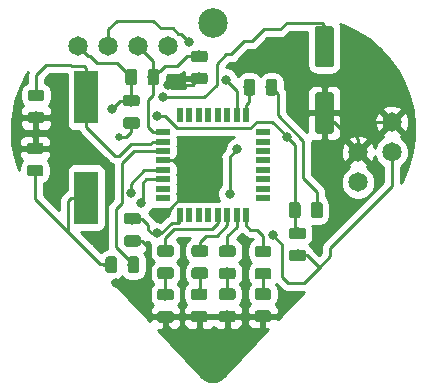
<source format=gbr>
G04 #@! TF.GenerationSoftware,KiCad,Pcbnew,(5.0.2)-1*
G04 #@! TF.CreationDate,2019-01-23T22:06:34-08:00*
G04 #@! TF.ProjectId,heart,68656172-742e-46b6-9963-61645f706362,rev?*
G04 #@! TF.SameCoordinates,Original*
G04 #@! TF.FileFunction,Copper,L1,Top*
G04 #@! TF.FilePolarity,Positive*
%FSLAX46Y46*%
G04 Gerber Fmt 4.6, Leading zero omitted, Abs format (unit mm)*
G04 Created by KiCad (PCBNEW (5.0.2)-1) date 1/23/2019 10:06:34 PM*
%MOMM*%
%LPD*%
G01*
G04 APERTURE LIST*
G04 #@! TA.AperFunction,ComponentPad*
%ADD10C,1.650000*%
G04 #@! TD*
G04 #@! TA.AperFunction,Conductor*
%ADD11C,0.100000*%
G04 #@! TD*
G04 #@! TA.AperFunction,SMDPad,CuDef*
%ADD12C,0.975000*%
G04 #@! TD*
G04 #@! TA.AperFunction,WasherPad*
%ADD13C,2.500000*%
G04 #@! TD*
G04 #@! TA.AperFunction,SMDPad,CuDef*
%ADD14R,2.000000X4.500000*%
G04 #@! TD*
G04 #@! TA.AperFunction,SMDPad,CuDef*
%ADD15R,0.600000X1.200000*%
G04 #@! TD*
G04 #@! TA.AperFunction,SMDPad,CuDef*
%ADD16R,1.200000X0.600000*%
G04 #@! TD*
G04 #@! TA.AperFunction,SMDPad,CuDef*
%ADD17C,1.600000*%
G04 #@! TD*
G04 #@! TA.AperFunction,ViaPad*
%ADD18C,0.800000*%
G04 #@! TD*
G04 #@! TA.AperFunction,ViaPad*
%ADD19C,0.650000*%
G04 #@! TD*
G04 #@! TA.AperFunction,Conductor*
%ADD20C,0.250000*%
G04 #@! TD*
G04 #@! TA.AperFunction,Conductor*
%ADD21C,0.254000*%
G04 #@! TD*
G04 APERTURE END LIST*
D10*
G04 #@! TO.P,J1,2*
G04 #@! TO.N,Earth*
X12273280Y18089880D03*
G04 #@! TO.P,J1,1*
G04 #@! TO.N,/PWR_IN*
X12273280Y15549880D03*
G04 #@! TD*
D11*
G04 #@! TO.N,/PB3*
G04 #@! TO.C,D5*
G36*
X-3543218Y10222386D02*
X-3519557Y10218876D01*
X-3496353Y10213064D01*
X-3473831Y10205006D01*
X-3452207Y10194778D01*
X-3431690Y10182481D01*
X-3412477Y10168231D01*
X-3394753Y10152167D01*
X-3378689Y10134443D01*
X-3364439Y10115230D01*
X-3352142Y10094713D01*
X-3341914Y10073089D01*
X-3333856Y10050567D01*
X-3328044Y10027363D01*
X-3324534Y10003702D01*
X-3323360Y9979810D01*
X-3323360Y9492310D01*
X-3324534Y9468418D01*
X-3328044Y9444757D01*
X-3333856Y9421553D01*
X-3341914Y9399031D01*
X-3352142Y9377407D01*
X-3364439Y9356890D01*
X-3378689Y9337677D01*
X-3394753Y9319953D01*
X-3412477Y9303889D01*
X-3431690Y9289639D01*
X-3452207Y9277342D01*
X-3473831Y9267114D01*
X-3496353Y9259056D01*
X-3519557Y9253244D01*
X-3543218Y9249734D01*
X-3567110Y9248560D01*
X-4479610Y9248560D01*
X-4503502Y9249734D01*
X-4527163Y9253244D01*
X-4550367Y9259056D01*
X-4572889Y9267114D01*
X-4594513Y9277342D01*
X-4615030Y9289639D01*
X-4634243Y9303889D01*
X-4651967Y9319953D01*
X-4668031Y9337677D01*
X-4682281Y9356890D01*
X-4694578Y9377407D01*
X-4704806Y9399031D01*
X-4712864Y9421553D01*
X-4718676Y9444757D01*
X-4722186Y9468418D01*
X-4723360Y9492310D01*
X-4723360Y9979810D01*
X-4722186Y10003702D01*
X-4718676Y10027363D01*
X-4712864Y10050567D01*
X-4704806Y10073089D01*
X-4694578Y10094713D01*
X-4682281Y10115230D01*
X-4668031Y10134443D01*
X-4651967Y10152167D01*
X-4634243Y10168231D01*
X-4615030Y10182481D01*
X-4594513Y10194778D01*
X-4572889Y10205006D01*
X-4550367Y10213064D01*
X-4527163Y10218876D01*
X-4503502Y10222386D01*
X-4479610Y10223560D01*
X-3567110Y10223560D01*
X-3543218Y10222386D01*
X-3543218Y10222386D01*
G37*
D12*
G04 #@! TD*
G04 #@! TO.P,D5,2*
G04 #@! TO.N,/PB3*
X-4023360Y9736060D03*
D11*
G04 #@! TO.N,Net-(D5-Pad1)*
G04 #@! TO.C,D5*
G36*
X-3543218Y8347386D02*
X-3519557Y8343876D01*
X-3496353Y8338064D01*
X-3473831Y8330006D01*
X-3452207Y8319778D01*
X-3431690Y8307481D01*
X-3412477Y8293231D01*
X-3394753Y8277167D01*
X-3378689Y8259443D01*
X-3364439Y8240230D01*
X-3352142Y8219713D01*
X-3341914Y8198089D01*
X-3333856Y8175567D01*
X-3328044Y8152363D01*
X-3324534Y8128702D01*
X-3323360Y8104810D01*
X-3323360Y7617310D01*
X-3324534Y7593418D01*
X-3328044Y7569757D01*
X-3333856Y7546553D01*
X-3341914Y7524031D01*
X-3352142Y7502407D01*
X-3364439Y7481890D01*
X-3378689Y7462677D01*
X-3394753Y7444953D01*
X-3412477Y7428889D01*
X-3431690Y7414639D01*
X-3452207Y7402342D01*
X-3473831Y7392114D01*
X-3496353Y7384056D01*
X-3519557Y7378244D01*
X-3543218Y7374734D01*
X-3567110Y7373560D01*
X-4479610Y7373560D01*
X-4503502Y7374734D01*
X-4527163Y7378244D01*
X-4550367Y7384056D01*
X-4572889Y7392114D01*
X-4594513Y7402342D01*
X-4615030Y7414639D01*
X-4634243Y7428889D01*
X-4651967Y7444953D01*
X-4668031Y7462677D01*
X-4682281Y7481890D01*
X-4694578Y7502407D01*
X-4704806Y7524031D01*
X-4712864Y7546553D01*
X-4718676Y7569757D01*
X-4722186Y7593418D01*
X-4723360Y7617310D01*
X-4723360Y8104810D01*
X-4722186Y8128702D01*
X-4718676Y8152363D01*
X-4712864Y8175567D01*
X-4704806Y8198089D01*
X-4694578Y8219713D01*
X-4682281Y8240230D01*
X-4668031Y8259443D01*
X-4651967Y8277167D01*
X-4634243Y8293231D01*
X-4615030Y8307481D01*
X-4594513Y8319778D01*
X-4572889Y8330006D01*
X-4550367Y8338064D01*
X-4527163Y8343876D01*
X-4503502Y8347386D01*
X-4479610Y8348560D01*
X-3567110Y8348560D01*
X-3543218Y8347386D01*
X-3543218Y8347386D01*
G37*
D12*
G04 #@! TD*
G04 #@! TO.P,D5,1*
G04 #@! TO.N,Net-(D5-Pad1)*
X-4023360Y7861060D03*
D11*
G04 #@! TO.N,Net-(D5-Pad1)*
G04 #@! TO.C,R8*
G36*
X-3543218Y6519066D02*
X-3519557Y6515556D01*
X-3496353Y6509744D01*
X-3473831Y6501686D01*
X-3452207Y6491458D01*
X-3431690Y6479161D01*
X-3412477Y6464911D01*
X-3394753Y6448847D01*
X-3378689Y6431123D01*
X-3364439Y6411910D01*
X-3352142Y6391393D01*
X-3341914Y6369769D01*
X-3333856Y6347247D01*
X-3328044Y6324043D01*
X-3324534Y6300382D01*
X-3323360Y6276490D01*
X-3323360Y5788990D01*
X-3324534Y5765098D01*
X-3328044Y5741437D01*
X-3333856Y5718233D01*
X-3341914Y5695711D01*
X-3352142Y5674087D01*
X-3364439Y5653570D01*
X-3378689Y5634357D01*
X-3394753Y5616633D01*
X-3412477Y5600569D01*
X-3431690Y5586319D01*
X-3452207Y5574022D01*
X-3473831Y5563794D01*
X-3496353Y5555736D01*
X-3519557Y5549924D01*
X-3543218Y5546414D01*
X-3567110Y5545240D01*
X-4479610Y5545240D01*
X-4503502Y5546414D01*
X-4527163Y5549924D01*
X-4550367Y5555736D01*
X-4572889Y5563794D01*
X-4594513Y5574022D01*
X-4615030Y5586319D01*
X-4634243Y5600569D01*
X-4651967Y5616633D01*
X-4668031Y5634357D01*
X-4682281Y5653570D01*
X-4694578Y5674087D01*
X-4704806Y5695711D01*
X-4712864Y5718233D01*
X-4718676Y5741437D01*
X-4722186Y5765098D01*
X-4723360Y5788990D01*
X-4723360Y6276490D01*
X-4722186Y6300382D01*
X-4718676Y6324043D01*
X-4712864Y6347247D01*
X-4704806Y6369769D01*
X-4694578Y6391393D01*
X-4682281Y6411910D01*
X-4668031Y6431123D01*
X-4651967Y6448847D01*
X-4634243Y6464911D01*
X-4615030Y6479161D01*
X-4594513Y6491458D01*
X-4572889Y6501686D01*
X-4550367Y6509744D01*
X-4527163Y6515556D01*
X-4503502Y6519066D01*
X-4479610Y6520240D01*
X-3567110Y6520240D01*
X-3543218Y6519066D01*
X-3543218Y6519066D01*
G37*
D12*
G04 #@! TD*
G04 #@! TO.P,R8,2*
G04 #@! TO.N,Net-(D5-Pad1)*
X-4023360Y6032740D03*
D11*
G04 #@! TO.N,Earth*
G04 #@! TO.C,R8*
G36*
X-3543218Y4644066D02*
X-3519557Y4640556D01*
X-3496353Y4634744D01*
X-3473831Y4626686D01*
X-3452207Y4616458D01*
X-3431690Y4604161D01*
X-3412477Y4589911D01*
X-3394753Y4573847D01*
X-3378689Y4556123D01*
X-3364439Y4536910D01*
X-3352142Y4516393D01*
X-3341914Y4494769D01*
X-3333856Y4472247D01*
X-3328044Y4449043D01*
X-3324534Y4425382D01*
X-3323360Y4401490D01*
X-3323360Y3913990D01*
X-3324534Y3890098D01*
X-3328044Y3866437D01*
X-3333856Y3843233D01*
X-3341914Y3820711D01*
X-3352142Y3799087D01*
X-3364439Y3778570D01*
X-3378689Y3759357D01*
X-3394753Y3741633D01*
X-3412477Y3725569D01*
X-3431690Y3711319D01*
X-3452207Y3699022D01*
X-3473831Y3688794D01*
X-3496353Y3680736D01*
X-3519557Y3674924D01*
X-3543218Y3671414D01*
X-3567110Y3670240D01*
X-4479610Y3670240D01*
X-4503502Y3671414D01*
X-4527163Y3674924D01*
X-4550367Y3680736D01*
X-4572889Y3688794D01*
X-4594513Y3699022D01*
X-4615030Y3711319D01*
X-4634243Y3725569D01*
X-4651967Y3741633D01*
X-4668031Y3759357D01*
X-4682281Y3778570D01*
X-4694578Y3799087D01*
X-4704806Y3820711D01*
X-4712864Y3843233D01*
X-4718676Y3866437D01*
X-4722186Y3890098D01*
X-4723360Y3913990D01*
X-4723360Y4401490D01*
X-4722186Y4425382D01*
X-4718676Y4449043D01*
X-4712864Y4472247D01*
X-4704806Y4494769D01*
X-4694578Y4516393D01*
X-4682281Y4536910D01*
X-4668031Y4556123D01*
X-4651967Y4573847D01*
X-4634243Y4589911D01*
X-4615030Y4604161D01*
X-4594513Y4616458D01*
X-4572889Y4626686D01*
X-4550367Y4634744D01*
X-4527163Y4640556D01*
X-4503502Y4644066D01*
X-4479610Y4645240D01*
X-3567110Y4645240D01*
X-3543218Y4644066D01*
X-3543218Y4644066D01*
G37*
D12*
G04 #@! TD*
G04 #@! TO.P,R8,1*
G04 #@! TO.N,Earth*
X-4023360Y4157740D03*
D13*
G04 #@! TO.P,MH1,*
G04 #@! TO.N,*
X0Y29000000D03*
G04 #@! TD*
D14*
G04 #@! TO.P,X1,2*
G04 #@! TO.N,/PA1*
X-10734040Y22751360D03*
G04 #@! TO.P,X1,1*
G04 #@! TO.N,Net-(C2-Pad2)*
X-10734040Y14251360D03*
G04 #@! TD*
D10*
G04 #@! TO.P,SW1,2*
G04 #@! TO.N,Earth*
X15123160Y20650200D03*
G04 #@! TO.P,SW1,1*
G04 #@! TO.N,/PB7*
X15123160Y18110200D03*
G04 #@! TD*
D15*
G04 #@! TO.P,U1,32*
G04 #@! TO.N,/PD7*
X-2800000Y21250000D03*
G04 #@! TO.P,U1,31*
G04 #@! TO.N,/PD6*
X-2000000Y21250000D03*
G04 #@! TO.P,U1,30*
G04 #@! TO.N,/PD5*
X-1200000Y21250000D03*
G04 #@! TO.P,U1,29*
G04 #@! TO.N,/PD4*
X-400000Y21250000D03*
G04 #@! TO.P,U1,28*
G04 #@! TO.N,/PD3*
X400000Y21250000D03*
G04 #@! TO.P,U1,27*
G04 #@! TO.N,/PD2*
X1200000Y21250000D03*
G04 #@! TO.P,U1,26*
G04 #@! TO.N,/PS1*
X2000000Y21250000D03*
G04 #@! TO.P,U1,25*
G04 #@! TO.N,/PD0*
X2800000Y21250000D03*
D16*
G04 #@! TO.P,U1,24*
G04 #@! TO.N,/PC7*
X4250000Y19800000D03*
G04 #@! TO.P,U1,23*
G04 #@! TO.N,/PC6*
X4250000Y19000000D03*
G04 #@! TO.P,U1,22*
G04 #@! TO.N,/PC5*
X4250000Y18200000D03*
G04 #@! TO.P,U1,21*
G04 #@! TO.N,/PC4*
X4250000Y17400000D03*
G04 #@! TO.P,U1,20*
G04 #@! TO.N,/PC3*
X4250000Y16600000D03*
G04 #@! TO.P,U1,19*
G04 #@! TO.N,/PC2*
X4250000Y15800000D03*
G04 #@! TO.P,U1,18*
G04 #@! TO.N,/PC1*
X4250000Y15000000D03*
G04 #@! TO.P,U1,17*
G04 #@! TO.N,/PE5*
X4250000Y14200000D03*
D15*
G04 #@! TO.P,U1,16*
G04 #@! TO.N,/PB0*
X2800000Y12750000D03*
G04 #@! TO.P,U1,15*
G04 #@! TO.N,/PB1*
X2000000Y12750000D03*
G04 #@! TO.P,U1,14*
G04 #@! TO.N,/PB2*
X1200000Y12750000D03*
G04 #@! TO.P,U1,13*
G04 #@! TO.N,/PB3*
X400000Y12750000D03*
G04 #@! TO.P,U1,12*
G04 #@! TO.N,/PB4*
X-400000Y12750000D03*
G04 #@! TO.P,U1,11*
G04 #@! TO.N,/PB5*
X-1200000Y12750000D03*
G04 #@! TO.P,U1,10*
G04 #@! TO.N,/PB6*
X-2000000Y12750000D03*
G04 #@! TO.P,U1,9*
G04 #@! TO.N,/PB7*
X-2800000Y12750000D03*
D16*
G04 #@! TO.P,U1,8*
G04 #@! TO.N,/PA4*
X-4250000Y14200000D03*
G04 #@! TO.P,U1,7*
G04 #@! TO.N,/PA3*
X-4250000Y15000000D03*
G04 #@! TO.P,U1,6*
G04 #@! TO.N,Net-(C6-Pad1)*
X-4250000Y15800000D03*
G04 #@! TO.P,U1,5*
G04 #@! TO.N,Net-(C5-Pad1)*
X-4250000Y16600000D03*
G04 #@! TO.P,U1,4*
G04 #@! TO.N,Earth*
X-4250000Y17400000D03*
G04 #@! TO.P,U1,3*
G04 #@! TO.N,/PA2*
X-4250000Y18200000D03*
G04 #@! TO.P,U1,2*
G04 #@! TO.N,/PA1*
X-4250000Y19000000D03*
G04 #@! TO.P,U1,1*
G04 #@! TO.N,/NRST*
X-4250000Y19800000D03*
G04 #@! TD*
D11*
G04 #@! TO.N,Earth*
G04 #@! TO.C,C5*
G36*
X10002984Y23175316D02*
X10027253Y23171716D01*
X10051051Y23165755D01*
X10074151Y23157490D01*
X10096329Y23147000D01*
X10117373Y23134387D01*
X10137078Y23119773D01*
X10155257Y23103297D01*
X10171733Y23085118D01*
X10186347Y23065413D01*
X10198960Y23044369D01*
X10209450Y23022191D01*
X10217715Y22999091D01*
X10223676Y22975293D01*
X10227276Y22951024D01*
X10228480Y22926520D01*
X10228480Y19926520D01*
X10227276Y19902016D01*
X10223676Y19877747D01*
X10217715Y19853949D01*
X10209450Y19830849D01*
X10198960Y19808671D01*
X10186347Y19787627D01*
X10171733Y19767922D01*
X10155257Y19749743D01*
X10137078Y19733267D01*
X10117373Y19718653D01*
X10096329Y19706040D01*
X10074151Y19695550D01*
X10051051Y19687285D01*
X10027253Y19681324D01*
X10002984Y19677724D01*
X9978480Y19676520D01*
X8878480Y19676520D01*
X8853976Y19677724D01*
X8829707Y19681324D01*
X8805909Y19687285D01*
X8782809Y19695550D01*
X8760631Y19706040D01*
X8739587Y19718653D01*
X8719882Y19733267D01*
X8701703Y19749743D01*
X8685227Y19767922D01*
X8670613Y19787627D01*
X8658000Y19808671D01*
X8647510Y19830849D01*
X8639245Y19853949D01*
X8633284Y19877747D01*
X8629684Y19902016D01*
X8628480Y19926520D01*
X8628480Y22926520D01*
X8629684Y22951024D01*
X8633284Y22975293D01*
X8639245Y22999091D01*
X8647510Y23022191D01*
X8658000Y23044369D01*
X8670613Y23065413D01*
X8685227Y23085118D01*
X8701703Y23103297D01*
X8719882Y23119773D01*
X8739587Y23134387D01*
X8760631Y23147000D01*
X8782809Y23157490D01*
X8805909Y23165755D01*
X8829707Y23171716D01*
X8853976Y23175316D01*
X8878480Y23176520D01*
X9978480Y23176520D01*
X10002984Y23175316D01*
X10002984Y23175316D01*
G37*
D17*
G04 #@! TD*
G04 #@! TO.P,C5,2*
G04 #@! TO.N,Earth*
X9428480Y21426520D03*
D11*
G04 #@! TO.N,Net-(C5-Pad1)*
G04 #@! TO.C,C5*
G36*
X10002984Y28775316D02*
X10027253Y28771716D01*
X10051051Y28765755D01*
X10074151Y28757490D01*
X10096329Y28747000D01*
X10117373Y28734387D01*
X10137078Y28719773D01*
X10155257Y28703297D01*
X10171733Y28685118D01*
X10186347Y28665413D01*
X10198960Y28644369D01*
X10209450Y28622191D01*
X10217715Y28599091D01*
X10223676Y28575293D01*
X10227276Y28551024D01*
X10228480Y28526520D01*
X10228480Y25526520D01*
X10227276Y25502016D01*
X10223676Y25477747D01*
X10217715Y25453949D01*
X10209450Y25430849D01*
X10198960Y25408671D01*
X10186347Y25387627D01*
X10171733Y25367922D01*
X10155257Y25349743D01*
X10137078Y25333267D01*
X10117373Y25318653D01*
X10096329Y25306040D01*
X10074151Y25295550D01*
X10051051Y25287285D01*
X10027253Y25281324D01*
X10002984Y25277724D01*
X9978480Y25276520D01*
X8878480Y25276520D01*
X8853976Y25277724D01*
X8829707Y25281324D01*
X8805909Y25287285D01*
X8782809Y25295550D01*
X8760631Y25306040D01*
X8739587Y25318653D01*
X8719882Y25333267D01*
X8701703Y25349743D01*
X8685227Y25367922D01*
X8670613Y25387627D01*
X8658000Y25408671D01*
X8647510Y25430849D01*
X8639245Y25453949D01*
X8633284Y25477747D01*
X8629684Y25502016D01*
X8628480Y25526520D01*
X8628480Y28526520D01*
X8629684Y28551024D01*
X8633284Y28575293D01*
X8639245Y28599091D01*
X8647510Y28622191D01*
X8658000Y28644369D01*
X8670613Y28665413D01*
X8685227Y28685118D01*
X8701703Y28703297D01*
X8719882Y28719773D01*
X8739587Y28734387D01*
X8760631Y28747000D01*
X8782809Y28757490D01*
X8805909Y28765755D01*
X8829707Y28771716D01*
X8853976Y28775316D01*
X8878480Y28776520D01*
X9978480Y28776520D01*
X10002984Y28775316D01*
X10002984Y28775316D01*
G37*
D17*
G04 #@! TD*
G04 #@! TO.P,C5,1*
G04 #@! TO.N,Net-(C5-Pad1)*
X9428480Y27026520D03*
D11*
G04 #@! TO.N,/PA1*
G04 #@! TO.C,C1*
G36*
X-14505858Y23404986D02*
X-14482197Y23401476D01*
X-14458993Y23395664D01*
X-14436471Y23387606D01*
X-14414847Y23377378D01*
X-14394330Y23365081D01*
X-14375117Y23350831D01*
X-14357393Y23334767D01*
X-14341329Y23317043D01*
X-14327079Y23297830D01*
X-14314782Y23277313D01*
X-14304554Y23255689D01*
X-14296496Y23233167D01*
X-14290684Y23209963D01*
X-14287174Y23186302D01*
X-14286000Y23162410D01*
X-14286000Y22674910D01*
X-14287174Y22651018D01*
X-14290684Y22627357D01*
X-14296496Y22604153D01*
X-14304554Y22581631D01*
X-14314782Y22560007D01*
X-14327079Y22539490D01*
X-14341329Y22520277D01*
X-14357393Y22502553D01*
X-14375117Y22486489D01*
X-14394330Y22472239D01*
X-14414847Y22459942D01*
X-14436471Y22449714D01*
X-14458993Y22441656D01*
X-14482197Y22435844D01*
X-14505858Y22432334D01*
X-14529750Y22431160D01*
X-15442250Y22431160D01*
X-15466142Y22432334D01*
X-15489803Y22435844D01*
X-15513007Y22441656D01*
X-15535529Y22449714D01*
X-15557153Y22459942D01*
X-15577670Y22472239D01*
X-15596883Y22486489D01*
X-15614607Y22502553D01*
X-15630671Y22520277D01*
X-15644921Y22539490D01*
X-15657218Y22560007D01*
X-15667446Y22581631D01*
X-15675504Y22604153D01*
X-15681316Y22627357D01*
X-15684826Y22651018D01*
X-15686000Y22674910D01*
X-15686000Y23162410D01*
X-15684826Y23186302D01*
X-15681316Y23209963D01*
X-15675504Y23233167D01*
X-15667446Y23255689D01*
X-15657218Y23277313D01*
X-15644921Y23297830D01*
X-15630671Y23317043D01*
X-15614607Y23334767D01*
X-15596883Y23350831D01*
X-15577670Y23365081D01*
X-15557153Y23377378D01*
X-15535529Y23387606D01*
X-15513007Y23395664D01*
X-15489803Y23401476D01*
X-15466142Y23404986D01*
X-15442250Y23406160D01*
X-14529750Y23406160D01*
X-14505858Y23404986D01*
X-14505858Y23404986D01*
G37*
D12*
G04 #@! TD*
G04 #@! TO.P,C1,2*
G04 #@! TO.N,/PA1*
X-14986000Y22918660D03*
D11*
G04 #@! TO.N,Earth*
G04 #@! TO.C,C1*
G36*
X-14505858Y21529986D02*
X-14482197Y21526476D01*
X-14458993Y21520664D01*
X-14436471Y21512606D01*
X-14414847Y21502378D01*
X-14394330Y21490081D01*
X-14375117Y21475831D01*
X-14357393Y21459767D01*
X-14341329Y21442043D01*
X-14327079Y21422830D01*
X-14314782Y21402313D01*
X-14304554Y21380689D01*
X-14296496Y21358167D01*
X-14290684Y21334963D01*
X-14287174Y21311302D01*
X-14286000Y21287410D01*
X-14286000Y20799910D01*
X-14287174Y20776018D01*
X-14290684Y20752357D01*
X-14296496Y20729153D01*
X-14304554Y20706631D01*
X-14314782Y20685007D01*
X-14327079Y20664490D01*
X-14341329Y20645277D01*
X-14357393Y20627553D01*
X-14375117Y20611489D01*
X-14394330Y20597239D01*
X-14414847Y20584942D01*
X-14436471Y20574714D01*
X-14458993Y20566656D01*
X-14482197Y20560844D01*
X-14505858Y20557334D01*
X-14529750Y20556160D01*
X-15442250Y20556160D01*
X-15466142Y20557334D01*
X-15489803Y20560844D01*
X-15513007Y20566656D01*
X-15535529Y20574714D01*
X-15557153Y20584942D01*
X-15577670Y20597239D01*
X-15596883Y20611489D01*
X-15614607Y20627553D01*
X-15630671Y20645277D01*
X-15644921Y20664490D01*
X-15657218Y20685007D01*
X-15667446Y20706631D01*
X-15675504Y20729153D01*
X-15681316Y20752357D01*
X-15684826Y20776018D01*
X-15686000Y20799910D01*
X-15686000Y21287410D01*
X-15684826Y21311302D01*
X-15681316Y21334963D01*
X-15675504Y21358167D01*
X-15667446Y21380689D01*
X-15657218Y21402313D01*
X-15644921Y21422830D01*
X-15630671Y21442043D01*
X-15614607Y21459767D01*
X-15596883Y21475831D01*
X-15577670Y21490081D01*
X-15557153Y21502378D01*
X-15535529Y21512606D01*
X-15513007Y21520664D01*
X-15489803Y21526476D01*
X-15466142Y21529986D01*
X-15442250Y21531160D01*
X-14529750Y21531160D01*
X-14505858Y21529986D01*
X-14505858Y21529986D01*
G37*
D12*
G04 #@! TD*
G04 #@! TO.P,C1,1*
G04 #@! TO.N,Earth*
X-14986000Y21043660D03*
D11*
G04 #@! TO.N,Net-(C2-Pad2)*
G04 #@! TO.C,C2*
G36*
X-14582058Y17034186D02*
X-14558397Y17030676D01*
X-14535193Y17024864D01*
X-14512671Y17016806D01*
X-14491047Y17006578D01*
X-14470530Y16994281D01*
X-14451317Y16980031D01*
X-14433593Y16963967D01*
X-14417529Y16946243D01*
X-14403279Y16927030D01*
X-14390982Y16906513D01*
X-14380754Y16884889D01*
X-14372696Y16862367D01*
X-14366884Y16839163D01*
X-14363374Y16815502D01*
X-14362200Y16791610D01*
X-14362200Y16304110D01*
X-14363374Y16280218D01*
X-14366884Y16256557D01*
X-14372696Y16233353D01*
X-14380754Y16210831D01*
X-14390982Y16189207D01*
X-14403279Y16168690D01*
X-14417529Y16149477D01*
X-14433593Y16131753D01*
X-14451317Y16115689D01*
X-14470530Y16101439D01*
X-14491047Y16089142D01*
X-14512671Y16078914D01*
X-14535193Y16070856D01*
X-14558397Y16065044D01*
X-14582058Y16061534D01*
X-14605950Y16060360D01*
X-15518450Y16060360D01*
X-15542342Y16061534D01*
X-15566003Y16065044D01*
X-15589207Y16070856D01*
X-15611729Y16078914D01*
X-15633353Y16089142D01*
X-15653870Y16101439D01*
X-15673083Y16115689D01*
X-15690807Y16131753D01*
X-15706871Y16149477D01*
X-15721121Y16168690D01*
X-15733418Y16189207D01*
X-15743646Y16210831D01*
X-15751704Y16233353D01*
X-15757516Y16256557D01*
X-15761026Y16280218D01*
X-15762200Y16304110D01*
X-15762200Y16791610D01*
X-15761026Y16815502D01*
X-15757516Y16839163D01*
X-15751704Y16862367D01*
X-15743646Y16884889D01*
X-15733418Y16906513D01*
X-15721121Y16927030D01*
X-15706871Y16946243D01*
X-15690807Y16963967D01*
X-15673083Y16980031D01*
X-15653870Y16994281D01*
X-15633353Y17006578D01*
X-15611729Y17016806D01*
X-15589207Y17024864D01*
X-15566003Y17030676D01*
X-15542342Y17034186D01*
X-15518450Y17035360D01*
X-14605950Y17035360D01*
X-14582058Y17034186D01*
X-14582058Y17034186D01*
G37*
D12*
G04 #@! TD*
G04 #@! TO.P,C2,2*
G04 #@! TO.N,Net-(C2-Pad2)*
X-15062200Y16547860D03*
D11*
G04 #@! TO.N,Earth*
G04 #@! TO.C,C2*
G36*
X-14582058Y18909186D02*
X-14558397Y18905676D01*
X-14535193Y18899864D01*
X-14512671Y18891806D01*
X-14491047Y18881578D01*
X-14470530Y18869281D01*
X-14451317Y18855031D01*
X-14433593Y18838967D01*
X-14417529Y18821243D01*
X-14403279Y18802030D01*
X-14390982Y18781513D01*
X-14380754Y18759889D01*
X-14372696Y18737367D01*
X-14366884Y18714163D01*
X-14363374Y18690502D01*
X-14362200Y18666610D01*
X-14362200Y18179110D01*
X-14363374Y18155218D01*
X-14366884Y18131557D01*
X-14372696Y18108353D01*
X-14380754Y18085831D01*
X-14390982Y18064207D01*
X-14403279Y18043690D01*
X-14417529Y18024477D01*
X-14433593Y18006753D01*
X-14451317Y17990689D01*
X-14470530Y17976439D01*
X-14491047Y17964142D01*
X-14512671Y17953914D01*
X-14535193Y17945856D01*
X-14558397Y17940044D01*
X-14582058Y17936534D01*
X-14605950Y17935360D01*
X-15518450Y17935360D01*
X-15542342Y17936534D01*
X-15566003Y17940044D01*
X-15589207Y17945856D01*
X-15611729Y17953914D01*
X-15633353Y17964142D01*
X-15653870Y17976439D01*
X-15673083Y17990689D01*
X-15690807Y18006753D01*
X-15706871Y18024477D01*
X-15721121Y18043690D01*
X-15733418Y18064207D01*
X-15743646Y18085831D01*
X-15751704Y18108353D01*
X-15757516Y18131557D01*
X-15761026Y18155218D01*
X-15762200Y18179110D01*
X-15762200Y18666610D01*
X-15761026Y18690502D01*
X-15757516Y18714163D01*
X-15751704Y18737367D01*
X-15743646Y18759889D01*
X-15733418Y18781513D01*
X-15721121Y18802030D01*
X-15706871Y18821243D01*
X-15690807Y18838967D01*
X-15673083Y18855031D01*
X-15653870Y18869281D01*
X-15633353Y18881578D01*
X-15611729Y18891806D01*
X-15589207Y18899864D01*
X-15566003Y18905676D01*
X-15542342Y18909186D01*
X-15518450Y18910360D01*
X-14605950Y18910360D01*
X-14582058Y18909186D01*
X-14582058Y18909186D01*
G37*
D12*
G04 #@! TD*
G04 #@! TO.P,C2,1*
G04 #@! TO.N,Earth*
X-15062200Y18422860D03*
D11*
G04 #@! TO.N,Earth*
G04 #@! TO.C,C3*
G36*
X-673018Y24831986D02*
X-649357Y24828476D01*
X-626153Y24822664D01*
X-603631Y24814606D01*
X-582007Y24804378D01*
X-561490Y24792081D01*
X-542277Y24777831D01*
X-524553Y24761767D01*
X-508489Y24744043D01*
X-494239Y24724830D01*
X-481942Y24704313D01*
X-471714Y24682689D01*
X-463656Y24660167D01*
X-457844Y24636963D01*
X-454334Y24613302D01*
X-453160Y24589410D01*
X-453160Y24101910D01*
X-454334Y24078018D01*
X-457844Y24054357D01*
X-463656Y24031153D01*
X-471714Y24008631D01*
X-481942Y23987007D01*
X-494239Y23966490D01*
X-508489Y23947277D01*
X-524553Y23929553D01*
X-542277Y23913489D01*
X-561490Y23899239D01*
X-582007Y23886942D01*
X-603631Y23876714D01*
X-626153Y23868656D01*
X-649357Y23862844D01*
X-673018Y23859334D01*
X-696910Y23858160D01*
X-1609410Y23858160D01*
X-1633302Y23859334D01*
X-1656963Y23862844D01*
X-1680167Y23868656D01*
X-1702689Y23876714D01*
X-1724313Y23886942D01*
X-1744830Y23899239D01*
X-1764043Y23913489D01*
X-1781767Y23929553D01*
X-1797831Y23947277D01*
X-1812081Y23966490D01*
X-1824378Y23987007D01*
X-1834606Y24008631D01*
X-1842664Y24031153D01*
X-1848476Y24054357D01*
X-1851986Y24078018D01*
X-1853160Y24101910D01*
X-1853160Y24589410D01*
X-1851986Y24613302D01*
X-1848476Y24636963D01*
X-1842664Y24660167D01*
X-1834606Y24682689D01*
X-1824378Y24704313D01*
X-1812081Y24724830D01*
X-1797831Y24744043D01*
X-1781767Y24761767D01*
X-1764043Y24777831D01*
X-1744830Y24792081D01*
X-1724313Y24804378D01*
X-1702689Y24814606D01*
X-1680167Y24822664D01*
X-1656963Y24828476D01*
X-1633302Y24831986D01*
X-1609410Y24833160D01*
X-696910Y24833160D01*
X-673018Y24831986D01*
X-673018Y24831986D01*
G37*
D12*
G04 #@! TD*
G04 #@! TO.P,C3,2*
G04 #@! TO.N,Earth*
X-1153160Y24345660D03*
D11*
G04 #@! TO.N,/NRST*
G04 #@! TO.C,C3*
G36*
X-673018Y26706986D02*
X-649357Y26703476D01*
X-626153Y26697664D01*
X-603631Y26689606D01*
X-582007Y26679378D01*
X-561490Y26667081D01*
X-542277Y26652831D01*
X-524553Y26636767D01*
X-508489Y26619043D01*
X-494239Y26599830D01*
X-481942Y26579313D01*
X-471714Y26557689D01*
X-463656Y26535167D01*
X-457844Y26511963D01*
X-454334Y26488302D01*
X-453160Y26464410D01*
X-453160Y25976910D01*
X-454334Y25953018D01*
X-457844Y25929357D01*
X-463656Y25906153D01*
X-471714Y25883631D01*
X-481942Y25862007D01*
X-494239Y25841490D01*
X-508489Y25822277D01*
X-524553Y25804553D01*
X-542277Y25788489D01*
X-561490Y25774239D01*
X-582007Y25761942D01*
X-603631Y25751714D01*
X-626153Y25743656D01*
X-649357Y25737844D01*
X-673018Y25734334D01*
X-696910Y25733160D01*
X-1609410Y25733160D01*
X-1633302Y25734334D01*
X-1656963Y25737844D01*
X-1680167Y25743656D01*
X-1702689Y25751714D01*
X-1724313Y25761942D01*
X-1744830Y25774239D01*
X-1764043Y25788489D01*
X-1781767Y25804553D01*
X-1797831Y25822277D01*
X-1812081Y25841490D01*
X-1824378Y25862007D01*
X-1834606Y25883631D01*
X-1842664Y25906153D01*
X-1848476Y25929357D01*
X-1851986Y25953018D01*
X-1853160Y25976910D01*
X-1853160Y26464410D01*
X-1851986Y26488302D01*
X-1848476Y26511963D01*
X-1842664Y26535167D01*
X-1834606Y26557689D01*
X-1824378Y26579313D01*
X-1812081Y26599830D01*
X-1797831Y26619043D01*
X-1781767Y26636767D01*
X-1764043Y26652831D01*
X-1744830Y26667081D01*
X-1724313Y26679378D01*
X-1702689Y26689606D01*
X-1680167Y26697664D01*
X-1656963Y26703476D01*
X-1633302Y26706986D01*
X-1609410Y26708160D01*
X-696910Y26708160D01*
X-673018Y26706986D01*
X-673018Y26706986D01*
G37*
D12*
G04 #@! TD*
G04 #@! TO.P,C3,1*
G04 #@! TO.N,/NRST*
X-1153160Y26220660D03*
D11*
G04 #@! TO.N,Earth*
G04 #@! TO.C,C4*
G36*
X-6347378Y11085506D02*
X-6323717Y11081996D01*
X-6300513Y11076184D01*
X-6277991Y11068126D01*
X-6256367Y11057898D01*
X-6235850Y11045601D01*
X-6216637Y11031351D01*
X-6198913Y11015287D01*
X-6182849Y10997563D01*
X-6168599Y10978350D01*
X-6156302Y10957833D01*
X-6146074Y10936209D01*
X-6138016Y10913687D01*
X-6132204Y10890483D01*
X-6128694Y10866822D01*
X-6127520Y10842930D01*
X-6127520Y10355430D01*
X-6128694Y10331538D01*
X-6132204Y10307877D01*
X-6138016Y10284673D01*
X-6146074Y10262151D01*
X-6156302Y10240527D01*
X-6168599Y10220010D01*
X-6182849Y10200797D01*
X-6198913Y10183073D01*
X-6216637Y10167009D01*
X-6235850Y10152759D01*
X-6256367Y10140462D01*
X-6277991Y10130234D01*
X-6300513Y10122176D01*
X-6323717Y10116364D01*
X-6347378Y10112854D01*
X-6371270Y10111680D01*
X-7283770Y10111680D01*
X-7307662Y10112854D01*
X-7331323Y10116364D01*
X-7354527Y10122176D01*
X-7377049Y10130234D01*
X-7398673Y10140462D01*
X-7419190Y10152759D01*
X-7438403Y10167009D01*
X-7456127Y10183073D01*
X-7472191Y10200797D01*
X-7486441Y10220010D01*
X-7498738Y10240527D01*
X-7508966Y10262151D01*
X-7517024Y10284673D01*
X-7522836Y10307877D01*
X-7526346Y10331538D01*
X-7527520Y10355430D01*
X-7527520Y10842930D01*
X-7526346Y10866822D01*
X-7522836Y10890483D01*
X-7517024Y10913687D01*
X-7508966Y10936209D01*
X-7498738Y10957833D01*
X-7486441Y10978350D01*
X-7472191Y10997563D01*
X-7456127Y11015287D01*
X-7438403Y11031351D01*
X-7419190Y11045601D01*
X-7398673Y11057898D01*
X-7377049Y11068126D01*
X-7354527Y11076184D01*
X-7331323Y11081996D01*
X-7307662Y11085506D01*
X-7283770Y11086680D01*
X-6371270Y11086680D01*
X-6347378Y11085506D01*
X-6347378Y11085506D01*
G37*
D12*
G04 #@! TD*
G04 #@! TO.P,C4,2*
G04 #@! TO.N,Earth*
X-6827520Y10599180D03*
D11*
G04 #@! TO.N,/PB7*
G04 #@! TO.C,C4*
G36*
X-6347378Y12960506D02*
X-6323717Y12956996D01*
X-6300513Y12951184D01*
X-6277991Y12943126D01*
X-6256367Y12932898D01*
X-6235850Y12920601D01*
X-6216637Y12906351D01*
X-6198913Y12890287D01*
X-6182849Y12872563D01*
X-6168599Y12853350D01*
X-6156302Y12832833D01*
X-6146074Y12811209D01*
X-6138016Y12788687D01*
X-6132204Y12765483D01*
X-6128694Y12741822D01*
X-6127520Y12717930D01*
X-6127520Y12230430D01*
X-6128694Y12206538D01*
X-6132204Y12182877D01*
X-6138016Y12159673D01*
X-6146074Y12137151D01*
X-6156302Y12115527D01*
X-6168599Y12095010D01*
X-6182849Y12075797D01*
X-6198913Y12058073D01*
X-6216637Y12042009D01*
X-6235850Y12027759D01*
X-6256367Y12015462D01*
X-6277991Y12005234D01*
X-6300513Y11997176D01*
X-6323717Y11991364D01*
X-6347378Y11987854D01*
X-6371270Y11986680D01*
X-7283770Y11986680D01*
X-7307662Y11987854D01*
X-7331323Y11991364D01*
X-7354527Y11997176D01*
X-7377049Y12005234D01*
X-7398673Y12015462D01*
X-7419190Y12027759D01*
X-7438403Y12042009D01*
X-7456127Y12058073D01*
X-7472191Y12075797D01*
X-7486441Y12095010D01*
X-7498738Y12115527D01*
X-7508966Y12137151D01*
X-7517024Y12159673D01*
X-7522836Y12182877D01*
X-7526346Y12206538D01*
X-7527520Y12230430D01*
X-7527520Y12717930D01*
X-7526346Y12741822D01*
X-7522836Y12765483D01*
X-7517024Y12788687D01*
X-7508966Y12811209D01*
X-7498738Y12832833D01*
X-7486441Y12853350D01*
X-7472191Y12872563D01*
X-7456127Y12890287D01*
X-7438403Y12906351D01*
X-7419190Y12920601D01*
X-7398673Y12932898D01*
X-7377049Y12943126D01*
X-7354527Y12951184D01*
X-7331323Y12956996D01*
X-7307662Y12960506D01*
X-7283770Y12961680D01*
X-6371270Y12961680D01*
X-6347378Y12960506D01*
X-6347378Y12960506D01*
G37*
D12*
G04 #@! TD*
G04 #@! TO.P,C4,1*
G04 #@! TO.N,/PB7*
X-6827520Y12474180D03*
D11*
G04 #@! TO.N,VDD*
G04 #@! TO.C,C6*
G36*
X-6433738Y22947786D02*
X-6410077Y22944276D01*
X-6386873Y22938464D01*
X-6364351Y22930406D01*
X-6342727Y22920178D01*
X-6322210Y22907881D01*
X-6302997Y22893631D01*
X-6285273Y22877567D01*
X-6269209Y22859843D01*
X-6254959Y22840630D01*
X-6242662Y22820113D01*
X-6232434Y22798489D01*
X-6224376Y22775967D01*
X-6218564Y22752763D01*
X-6215054Y22729102D01*
X-6213880Y22705210D01*
X-6213880Y22217710D01*
X-6215054Y22193818D01*
X-6218564Y22170157D01*
X-6224376Y22146953D01*
X-6232434Y22124431D01*
X-6242662Y22102807D01*
X-6254959Y22082290D01*
X-6269209Y22063077D01*
X-6285273Y22045353D01*
X-6302997Y22029289D01*
X-6322210Y22015039D01*
X-6342727Y22002742D01*
X-6364351Y21992514D01*
X-6386873Y21984456D01*
X-6410077Y21978644D01*
X-6433738Y21975134D01*
X-6457630Y21973960D01*
X-7370130Y21973960D01*
X-7394022Y21975134D01*
X-7417683Y21978644D01*
X-7440887Y21984456D01*
X-7463409Y21992514D01*
X-7485033Y22002742D01*
X-7505550Y22015039D01*
X-7524763Y22029289D01*
X-7542487Y22045353D01*
X-7558551Y22063077D01*
X-7572801Y22082290D01*
X-7585098Y22102807D01*
X-7595326Y22124431D01*
X-7603384Y22146953D01*
X-7609196Y22170157D01*
X-7612706Y22193818D01*
X-7613880Y22217710D01*
X-7613880Y22705210D01*
X-7612706Y22729102D01*
X-7609196Y22752763D01*
X-7603384Y22775967D01*
X-7595326Y22798489D01*
X-7585098Y22820113D01*
X-7572801Y22840630D01*
X-7558551Y22859843D01*
X-7542487Y22877567D01*
X-7524763Y22893631D01*
X-7505550Y22907881D01*
X-7485033Y22920178D01*
X-7463409Y22930406D01*
X-7440887Y22938464D01*
X-7417683Y22944276D01*
X-7394022Y22947786D01*
X-7370130Y22948960D01*
X-6457630Y22948960D01*
X-6433738Y22947786D01*
X-6433738Y22947786D01*
G37*
D12*
G04 #@! TD*
G04 #@! TO.P,C6,2*
G04 #@! TO.N,VDD*
X-6913880Y22461460D03*
D11*
G04 #@! TO.N,Net-(C6-Pad1)*
G04 #@! TO.C,C6*
G36*
X-6433738Y21072786D02*
X-6410077Y21069276D01*
X-6386873Y21063464D01*
X-6364351Y21055406D01*
X-6342727Y21045178D01*
X-6322210Y21032881D01*
X-6302997Y21018631D01*
X-6285273Y21002567D01*
X-6269209Y20984843D01*
X-6254959Y20965630D01*
X-6242662Y20945113D01*
X-6232434Y20923489D01*
X-6224376Y20900967D01*
X-6218564Y20877763D01*
X-6215054Y20854102D01*
X-6213880Y20830210D01*
X-6213880Y20342710D01*
X-6215054Y20318818D01*
X-6218564Y20295157D01*
X-6224376Y20271953D01*
X-6232434Y20249431D01*
X-6242662Y20227807D01*
X-6254959Y20207290D01*
X-6269209Y20188077D01*
X-6285273Y20170353D01*
X-6302997Y20154289D01*
X-6322210Y20140039D01*
X-6342727Y20127742D01*
X-6364351Y20117514D01*
X-6386873Y20109456D01*
X-6410077Y20103644D01*
X-6433738Y20100134D01*
X-6457630Y20098960D01*
X-7370130Y20098960D01*
X-7394022Y20100134D01*
X-7417683Y20103644D01*
X-7440887Y20109456D01*
X-7463409Y20117514D01*
X-7485033Y20127742D01*
X-7505550Y20140039D01*
X-7524763Y20154289D01*
X-7542487Y20170353D01*
X-7558551Y20188077D01*
X-7572801Y20207290D01*
X-7585098Y20227807D01*
X-7595326Y20249431D01*
X-7603384Y20271953D01*
X-7609196Y20295157D01*
X-7612706Y20318818D01*
X-7613880Y20342710D01*
X-7613880Y20830210D01*
X-7612706Y20854102D01*
X-7609196Y20877763D01*
X-7603384Y20900967D01*
X-7595326Y20923489D01*
X-7585098Y20945113D01*
X-7572801Y20965630D01*
X-7558551Y20984843D01*
X-7542487Y21002567D01*
X-7524763Y21018631D01*
X-7505550Y21032881D01*
X-7485033Y21045178D01*
X-7463409Y21055406D01*
X-7440887Y21063464D01*
X-7417683Y21069276D01*
X-7394022Y21072786D01*
X-7370130Y21073960D01*
X-6457630Y21073960D01*
X-6433738Y21072786D01*
X-6433738Y21072786D01*
G37*
D12*
G04 #@! TD*
G04 #@! TO.P,C6,1*
G04 #@! TO.N,Net-(C6-Pad1)*
X-6913880Y20586460D03*
D11*
G04 #@! TO.N,/PB0*
G04 #@! TO.C,D4*
G36*
X4716862Y10181746D02*
X4740523Y10178236D01*
X4763727Y10172424D01*
X4786249Y10164366D01*
X4807873Y10154138D01*
X4828390Y10141841D01*
X4847603Y10127591D01*
X4865327Y10111527D01*
X4881391Y10093803D01*
X4895641Y10074590D01*
X4907938Y10054073D01*
X4918166Y10032449D01*
X4926224Y10009927D01*
X4932036Y9986723D01*
X4935546Y9963062D01*
X4936720Y9939170D01*
X4936720Y9451670D01*
X4935546Y9427778D01*
X4932036Y9404117D01*
X4926224Y9380913D01*
X4918166Y9358391D01*
X4907938Y9336767D01*
X4895641Y9316250D01*
X4881391Y9297037D01*
X4865327Y9279313D01*
X4847603Y9263249D01*
X4828390Y9248999D01*
X4807873Y9236702D01*
X4786249Y9226474D01*
X4763727Y9218416D01*
X4740523Y9212604D01*
X4716862Y9209094D01*
X4692970Y9207920D01*
X3780470Y9207920D01*
X3756578Y9209094D01*
X3732917Y9212604D01*
X3709713Y9218416D01*
X3687191Y9226474D01*
X3665567Y9236702D01*
X3645050Y9248999D01*
X3625837Y9263249D01*
X3608113Y9279313D01*
X3592049Y9297037D01*
X3577799Y9316250D01*
X3565502Y9336767D01*
X3555274Y9358391D01*
X3547216Y9380913D01*
X3541404Y9404117D01*
X3537894Y9427778D01*
X3536720Y9451670D01*
X3536720Y9939170D01*
X3537894Y9963062D01*
X3541404Y9986723D01*
X3547216Y10009927D01*
X3555274Y10032449D01*
X3565502Y10054073D01*
X3577799Y10074590D01*
X3592049Y10093803D01*
X3608113Y10111527D01*
X3625837Y10127591D01*
X3645050Y10141841D01*
X3665567Y10154138D01*
X3687191Y10164366D01*
X3709713Y10172424D01*
X3732917Y10178236D01*
X3756578Y10181746D01*
X3780470Y10182920D01*
X4692970Y10182920D01*
X4716862Y10181746D01*
X4716862Y10181746D01*
G37*
D12*
G04 #@! TD*
G04 #@! TO.P,D4,2*
G04 #@! TO.N,/PB0*
X4236720Y9695420D03*
D11*
G04 #@! TO.N,Net-(D4-Pad1)*
G04 #@! TO.C,D4*
G36*
X4716862Y8306746D02*
X4740523Y8303236D01*
X4763727Y8297424D01*
X4786249Y8289366D01*
X4807873Y8279138D01*
X4828390Y8266841D01*
X4847603Y8252591D01*
X4865327Y8236527D01*
X4881391Y8218803D01*
X4895641Y8199590D01*
X4907938Y8179073D01*
X4918166Y8157449D01*
X4926224Y8134927D01*
X4932036Y8111723D01*
X4935546Y8088062D01*
X4936720Y8064170D01*
X4936720Y7576670D01*
X4935546Y7552778D01*
X4932036Y7529117D01*
X4926224Y7505913D01*
X4918166Y7483391D01*
X4907938Y7461767D01*
X4895641Y7441250D01*
X4881391Y7422037D01*
X4865327Y7404313D01*
X4847603Y7388249D01*
X4828390Y7373999D01*
X4807873Y7361702D01*
X4786249Y7351474D01*
X4763727Y7343416D01*
X4740523Y7337604D01*
X4716862Y7334094D01*
X4692970Y7332920D01*
X3780470Y7332920D01*
X3756578Y7334094D01*
X3732917Y7337604D01*
X3709713Y7343416D01*
X3687191Y7351474D01*
X3665567Y7361702D01*
X3645050Y7373999D01*
X3625837Y7388249D01*
X3608113Y7404313D01*
X3592049Y7422037D01*
X3577799Y7441250D01*
X3565502Y7461767D01*
X3555274Y7483391D01*
X3547216Y7505913D01*
X3541404Y7529117D01*
X3537894Y7552778D01*
X3536720Y7576670D01*
X3536720Y8064170D01*
X3537894Y8088062D01*
X3541404Y8111723D01*
X3547216Y8134927D01*
X3555274Y8157449D01*
X3565502Y8179073D01*
X3577799Y8199590D01*
X3592049Y8218803D01*
X3608113Y8236527D01*
X3625837Y8252591D01*
X3645050Y8266841D01*
X3665567Y8279138D01*
X3687191Y8289366D01*
X3709713Y8297424D01*
X3732917Y8303236D01*
X3756578Y8306746D01*
X3780470Y8307920D01*
X4692970Y8307920D01*
X4716862Y8306746D01*
X4716862Y8306746D01*
G37*
D12*
G04 #@! TD*
G04 #@! TO.P,D4,1*
G04 #@! TO.N,Net-(D4-Pad1)*
X4236720Y7820420D03*
D11*
G04 #@! TO.N,/PB1*
G04 #@! TO.C,D3*
G36*
X1699342Y10202066D02*
X1723003Y10198556D01*
X1746207Y10192744D01*
X1768729Y10184686D01*
X1790353Y10174458D01*
X1810870Y10162161D01*
X1830083Y10147911D01*
X1847807Y10131847D01*
X1863871Y10114123D01*
X1878121Y10094910D01*
X1890418Y10074393D01*
X1900646Y10052769D01*
X1908704Y10030247D01*
X1914516Y10007043D01*
X1918026Y9983382D01*
X1919200Y9959490D01*
X1919200Y9471990D01*
X1918026Y9448098D01*
X1914516Y9424437D01*
X1908704Y9401233D01*
X1900646Y9378711D01*
X1890418Y9357087D01*
X1878121Y9336570D01*
X1863871Y9317357D01*
X1847807Y9299633D01*
X1830083Y9283569D01*
X1810870Y9269319D01*
X1790353Y9257022D01*
X1768729Y9246794D01*
X1746207Y9238736D01*
X1723003Y9232924D01*
X1699342Y9229414D01*
X1675450Y9228240D01*
X762950Y9228240D01*
X739058Y9229414D01*
X715397Y9232924D01*
X692193Y9238736D01*
X669671Y9246794D01*
X648047Y9257022D01*
X627530Y9269319D01*
X608317Y9283569D01*
X590593Y9299633D01*
X574529Y9317357D01*
X560279Y9336570D01*
X547982Y9357087D01*
X537754Y9378711D01*
X529696Y9401233D01*
X523884Y9424437D01*
X520374Y9448098D01*
X519200Y9471990D01*
X519200Y9959490D01*
X520374Y9983382D01*
X523884Y10007043D01*
X529696Y10030247D01*
X537754Y10052769D01*
X547982Y10074393D01*
X560279Y10094910D01*
X574529Y10114123D01*
X590593Y10131847D01*
X608317Y10147911D01*
X627530Y10162161D01*
X648047Y10174458D01*
X669671Y10184686D01*
X692193Y10192744D01*
X715397Y10198556D01*
X739058Y10202066D01*
X762950Y10203240D01*
X1675450Y10203240D01*
X1699342Y10202066D01*
X1699342Y10202066D01*
G37*
D12*
G04 #@! TD*
G04 #@! TO.P,D3,2*
G04 #@! TO.N,/PB1*
X1219200Y9715740D03*
D11*
G04 #@! TO.N,Net-(D3-Pad1)*
G04 #@! TO.C,D3*
G36*
X1699342Y8327066D02*
X1723003Y8323556D01*
X1746207Y8317744D01*
X1768729Y8309686D01*
X1790353Y8299458D01*
X1810870Y8287161D01*
X1830083Y8272911D01*
X1847807Y8256847D01*
X1863871Y8239123D01*
X1878121Y8219910D01*
X1890418Y8199393D01*
X1900646Y8177769D01*
X1908704Y8155247D01*
X1914516Y8132043D01*
X1918026Y8108382D01*
X1919200Y8084490D01*
X1919200Y7596990D01*
X1918026Y7573098D01*
X1914516Y7549437D01*
X1908704Y7526233D01*
X1900646Y7503711D01*
X1890418Y7482087D01*
X1878121Y7461570D01*
X1863871Y7442357D01*
X1847807Y7424633D01*
X1830083Y7408569D01*
X1810870Y7394319D01*
X1790353Y7382022D01*
X1768729Y7371794D01*
X1746207Y7363736D01*
X1723003Y7357924D01*
X1699342Y7354414D01*
X1675450Y7353240D01*
X762950Y7353240D01*
X739058Y7354414D01*
X715397Y7357924D01*
X692193Y7363736D01*
X669671Y7371794D01*
X648047Y7382022D01*
X627530Y7394319D01*
X608317Y7408569D01*
X590593Y7424633D01*
X574529Y7442357D01*
X560279Y7461570D01*
X547982Y7482087D01*
X537754Y7503711D01*
X529696Y7526233D01*
X523884Y7549437D01*
X520374Y7573098D01*
X519200Y7596990D01*
X519200Y8084490D01*
X520374Y8108382D01*
X523884Y8132043D01*
X529696Y8155247D01*
X537754Y8177769D01*
X547982Y8199393D01*
X560279Y8219910D01*
X574529Y8239123D01*
X590593Y8256847D01*
X608317Y8272911D01*
X627530Y8287161D01*
X648047Y8299458D01*
X669671Y8309686D01*
X692193Y8317744D01*
X715397Y8323556D01*
X739058Y8327066D01*
X762950Y8328240D01*
X1675450Y8328240D01*
X1699342Y8327066D01*
X1699342Y8327066D01*
G37*
D12*
G04 #@! TD*
G04 #@! TO.P,D3,1*
G04 #@! TO.N,Net-(D3-Pad1)*
X1219200Y7840740D03*
D11*
G04 #@! TO.N,VDD*
G04 #@! TO.C,D2*
G36*
X7188902Y13886506D02*
X7212563Y13882996D01*
X7235767Y13877184D01*
X7258289Y13869126D01*
X7279913Y13858898D01*
X7300430Y13846601D01*
X7319643Y13832351D01*
X7337367Y13816287D01*
X7353431Y13798563D01*
X7367681Y13779350D01*
X7379978Y13758833D01*
X7390206Y13737209D01*
X7398264Y13714687D01*
X7404076Y13691483D01*
X7407586Y13667822D01*
X7408760Y13643930D01*
X7408760Y12731430D01*
X7407586Y12707538D01*
X7404076Y12683877D01*
X7398264Y12660673D01*
X7390206Y12638151D01*
X7379978Y12616527D01*
X7367681Y12596010D01*
X7353431Y12576797D01*
X7337367Y12559073D01*
X7319643Y12543009D01*
X7300430Y12528759D01*
X7279913Y12516462D01*
X7258289Y12506234D01*
X7235767Y12498176D01*
X7212563Y12492364D01*
X7188902Y12488854D01*
X7165010Y12487680D01*
X6677510Y12487680D01*
X6653618Y12488854D01*
X6629957Y12492364D01*
X6606753Y12498176D01*
X6584231Y12506234D01*
X6562607Y12516462D01*
X6542090Y12528759D01*
X6522877Y12543009D01*
X6505153Y12559073D01*
X6489089Y12576797D01*
X6474839Y12596010D01*
X6462542Y12616527D01*
X6452314Y12638151D01*
X6444256Y12660673D01*
X6438444Y12683877D01*
X6434934Y12707538D01*
X6433760Y12731430D01*
X6433760Y13643930D01*
X6434934Y13667822D01*
X6438444Y13691483D01*
X6444256Y13714687D01*
X6452314Y13737209D01*
X6462542Y13758833D01*
X6474839Y13779350D01*
X6489089Y13798563D01*
X6505153Y13816287D01*
X6522877Y13832351D01*
X6542090Y13846601D01*
X6562607Y13858898D01*
X6584231Y13869126D01*
X6606753Y13877184D01*
X6629957Y13882996D01*
X6653618Y13886506D01*
X6677510Y13887680D01*
X7165010Y13887680D01*
X7188902Y13886506D01*
X7188902Y13886506D01*
G37*
D12*
G04 #@! TD*
G04 #@! TO.P,D2,2*
G04 #@! TO.N,VDD*
X6921260Y13187680D03*
D11*
G04 #@! TO.N,Net-(D2-Pad1)*
G04 #@! TO.C,D2*
G36*
X9063902Y13886506D02*
X9087563Y13882996D01*
X9110767Y13877184D01*
X9133289Y13869126D01*
X9154913Y13858898D01*
X9175430Y13846601D01*
X9194643Y13832351D01*
X9212367Y13816287D01*
X9228431Y13798563D01*
X9242681Y13779350D01*
X9254978Y13758833D01*
X9265206Y13737209D01*
X9273264Y13714687D01*
X9279076Y13691483D01*
X9282586Y13667822D01*
X9283760Y13643930D01*
X9283760Y12731430D01*
X9282586Y12707538D01*
X9279076Y12683877D01*
X9273264Y12660673D01*
X9265206Y12638151D01*
X9254978Y12616527D01*
X9242681Y12596010D01*
X9228431Y12576797D01*
X9212367Y12559073D01*
X9194643Y12543009D01*
X9175430Y12528759D01*
X9154913Y12516462D01*
X9133289Y12506234D01*
X9110767Y12498176D01*
X9087563Y12492364D01*
X9063902Y12488854D01*
X9040010Y12487680D01*
X8552510Y12487680D01*
X8528618Y12488854D01*
X8504957Y12492364D01*
X8481753Y12498176D01*
X8459231Y12506234D01*
X8437607Y12516462D01*
X8417090Y12528759D01*
X8397877Y12543009D01*
X8380153Y12559073D01*
X8364089Y12576797D01*
X8349839Y12596010D01*
X8337542Y12616527D01*
X8327314Y12638151D01*
X8319256Y12660673D01*
X8313444Y12683877D01*
X8309934Y12707538D01*
X8308760Y12731430D01*
X8308760Y13643930D01*
X8309934Y13667822D01*
X8313444Y13691483D01*
X8319256Y13714687D01*
X8327314Y13737209D01*
X8337542Y13758833D01*
X8349839Y13779350D01*
X8364089Y13798563D01*
X8380153Y13816287D01*
X8397877Y13832351D01*
X8417090Y13846601D01*
X8437607Y13858898D01*
X8459231Y13869126D01*
X8481753Y13877184D01*
X8504957Y13882996D01*
X8528618Y13886506D01*
X8552510Y13887680D01*
X9040010Y13887680D01*
X9063902Y13886506D01*
X9063902Y13886506D01*
G37*
D12*
G04 #@! TD*
G04 #@! TO.P,D2,1*
G04 #@! TO.N,Net-(D2-Pad1)*
X8796260Y13187680D03*
D11*
G04 #@! TO.N,/PB2*
G04 #@! TO.C,D1*
G36*
X-642538Y10227466D02*
X-618877Y10223956D01*
X-595673Y10218144D01*
X-573151Y10210086D01*
X-551527Y10199858D01*
X-531010Y10187561D01*
X-511797Y10173311D01*
X-494073Y10157247D01*
X-478009Y10139523D01*
X-463759Y10120310D01*
X-451462Y10099793D01*
X-441234Y10078169D01*
X-433176Y10055647D01*
X-427364Y10032443D01*
X-423854Y10008782D01*
X-422680Y9984890D01*
X-422680Y9497390D01*
X-423854Y9473498D01*
X-427364Y9449837D01*
X-433176Y9426633D01*
X-441234Y9404111D01*
X-451462Y9382487D01*
X-463759Y9361970D01*
X-478009Y9342757D01*
X-494073Y9325033D01*
X-511797Y9308969D01*
X-531010Y9294719D01*
X-551527Y9282422D01*
X-573151Y9272194D01*
X-595673Y9264136D01*
X-618877Y9258324D01*
X-642538Y9254814D01*
X-666430Y9253640D01*
X-1578930Y9253640D01*
X-1602822Y9254814D01*
X-1626483Y9258324D01*
X-1649687Y9264136D01*
X-1672209Y9272194D01*
X-1693833Y9282422D01*
X-1714350Y9294719D01*
X-1733563Y9308969D01*
X-1751287Y9325033D01*
X-1767351Y9342757D01*
X-1781601Y9361970D01*
X-1793898Y9382487D01*
X-1804126Y9404111D01*
X-1812184Y9426633D01*
X-1817996Y9449837D01*
X-1821506Y9473498D01*
X-1822680Y9497390D01*
X-1822680Y9984890D01*
X-1821506Y10008782D01*
X-1817996Y10032443D01*
X-1812184Y10055647D01*
X-1804126Y10078169D01*
X-1793898Y10099793D01*
X-1781601Y10120310D01*
X-1767351Y10139523D01*
X-1751287Y10157247D01*
X-1733563Y10173311D01*
X-1714350Y10187561D01*
X-1693833Y10199858D01*
X-1672209Y10210086D01*
X-1649687Y10218144D01*
X-1626483Y10223956D01*
X-1602822Y10227466D01*
X-1578930Y10228640D01*
X-666430Y10228640D01*
X-642538Y10227466D01*
X-642538Y10227466D01*
G37*
D12*
G04 #@! TD*
G04 #@! TO.P,D1,2*
G04 #@! TO.N,/PB2*
X-1122680Y9741140D03*
D11*
G04 #@! TO.N,Net-(D1-Pad1)*
G04 #@! TO.C,D1*
G36*
X-642538Y8352466D02*
X-618877Y8348956D01*
X-595673Y8343144D01*
X-573151Y8335086D01*
X-551527Y8324858D01*
X-531010Y8312561D01*
X-511797Y8298311D01*
X-494073Y8282247D01*
X-478009Y8264523D01*
X-463759Y8245310D01*
X-451462Y8224793D01*
X-441234Y8203169D01*
X-433176Y8180647D01*
X-427364Y8157443D01*
X-423854Y8133782D01*
X-422680Y8109890D01*
X-422680Y7622390D01*
X-423854Y7598498D01*
X-427364Y7574837D01*
X-433176Y7551633D01*
X-441234Y7529111D01*
X-451462Y7507487D01*
X-463759Y7486970D01*
X-478009Y7467757D01*
X-494073Y7450033D01*
X-511797Y7433969D01*
X-531010Y7419719D01*
X-551527Y7407422D01*
X-573151Y7397194D01*
X-595673Y7389136D01*
X-618877Y7383324D01*
X-642538Y7379814D01*
X-666430Y7378640D01*
X-1578930Y7378640D01*
X-1602822Y7379814D01*
X-1626483Y7383324D01*
X-1649687Y7389136D01*
X-1672209Y7397194D01*
X-1693833Y7407422D01*
X-1714350Y7419719D01*
X-1733563Y7433969D01*
X-1751287Y7450033D01*
X-1767351Y7467757D01*
X-1781601Y7486970D01*
X-1793898Y7507487D01*
X-1804126Y7529111D01*
X-1812184Y7551633D01*
X-1817996Y7574837D01*
X-1821506Y7598498D01*
X-1822680Y7622390D01*
X-1822680Y8109890D01*
X-1821506Y8133782D01*
X-1817996Y8157443D01*
X-1812184Y8180647D01*
X-1804126Y8203169D01*
X-1793898Y8224793D01*
X-1781601Y8245310D01*
X-1767351Y8264523D01*
X-1751287Y8282247D01*
X-1733563Y8298311D01*
X-1714350Y8312561D01*
X-1693833Y8324858D01*
X-1672209Y8335086D01*
X-1649687Y8343144D01*
X-1626483Y8348956D01*
X-1602822Y8352466D01*
X-1578930Y8353640D01*
X-666430Y8353640D01*
X-642538Y8352466D01*
X-642538Y8352466D01*
G37*
D12*
G04 #@! TD*
G04 #@! TO.P,D1,1*
G04 #@! TO.N,Net-(D1-Pad1)*
X-1122680Y7866140D03*
D11*
G04 #@! TO.N,Net-(D1-Pad1)*
G04 #@! TO.C,R4*
G36*
X-693338Y6549546D02*
X-669677Y6546036D01*
X-646473Y6540224D01*
X-623951Y6532166D01*
X-602327Y6521938D01*
X-581810Y6509641D01*
X-562597Y6495391D01*
X-544873Y6479327D01*
X-528809Y6461603D01*
X-514559Y6442390D01*
X-502262Y6421873D01*
X-492034Y6400249D01*
X-483976Y6377727D01*
X-478164Y6354523D01*
X-474654Y6330862D01*
X-473480Y6306970D01*
X-473480Y5819470D01*
X-474654Y5795578D01*
X-478164Y5771917D01*
X-483976Y5748713D01*
X-492034Y5726191D01*
X-502262Y5704567D01*
X-514559Y5684050D01*
X-528809Y5664837D01*
X-544873Y5647113D01*
X-562597Y5631049D01*
X-581810Y5616799D01*
X-602327Y5604502D01*
X-623951Y5594274D01*
X-646473Y5586216D01*
X-669677Y5580404D01*
X-693338Y5576894D01*
X-717230Y5575720D01*
X-1629730Y5575720D01*
X-1653622Y5576894D01*
X-1677283Y5580404D01*
X-1700487Y5586216D01*
X-1723009Y5594274D01*
X-1744633Y5604502D01*
X-1765150Y5616799D01*
X-1784363Y5631049D01*
X-1802087Y5647113D01*
X-1818151Y5664837D01*
X-1832401Y5684050D01*
X-1844698Y5704567D01*
X-1854926Y5726191D01*
X-1862984Y5748713D01*
X-1868796Y5771917D01*
X-1872306Y5795578D01*
X-1873480Y5819470D01*
X-1873480Y6306970D01*
X-1872306Y6330862D01*
X-1868796Y6354523D01*
X-1862984Y6377727D01*
X-1854926Y6400249D01*
X-1844698Y6421873D01*
X-1832401Y6442390D01*
X-1818151Y6461603D01*
X-1802087Y6479327D01*
X-1784363Y6495391D01*
X-1765150Y6509641D01*
X-1744633Y6521938D01*
X-1723009Y6532166D01*
X-1700487Y6540224D01*
X-1677283Y6546036D01*
X-1653622Y6549546D01*
X-1629730Y6550720D01*
X-717230Y6550720D01*
X-693338Y6549546D01*
X-693338Y6549546D01*
G37*
D12*
G04 #@! TD*
G04 #@! TO.P,R4,2*
G04 #@! TO.N,Net-(D1-Pad1)*
X-1173480Y6063220D03*
D11*
G04 #@! TO.N,Earth*
G04 #@! TO.C,R4*
G36*
X-693338Y4674546D02*
X-669677Y4671036D01*
X-646473Y4665224D01*
X-623951Y4657166D01*
X-602327Y4646938D01*
X-581810Y4634641D01*
X-562597Y4620391D01*
X-544873Y4604327D01*
X-528809Y4586603D01*
X-514559Y4567390D01*
X-502262Y4546873D01*
X-492034Y4525249D01*
X-483976Y4502727D01*
X-478164Y4479523D01*
X-474654Y4455862D01*
X-473480Y4431970D01*
X-473480Y3944470D01*
X-474654Y3920578D01*
X-478164Y3896917D01*
X-483976Y3873713D01*
X-492034Y3851191D01*
X-502262Y3829567D01*
X-514559Y3809050D01*
X-528809Y3789837D01*
X-544873Y3772113D01*
X-562597Y3756049D01*
X-581810Y3741799D01*
X-602327Y3729502D01*
X-623951Y3719274D01*
X-646473Y3711216D01*
X-669677Y3705404D01*
X-693338Y3701894D01*
X-717230Y3700720D01*
X-1629730Y3700720D01*
X-1653622Y3701894D01*
X-1677283Y3705404D01*
X-1700487Y3711216D01*
X-1723009Y3719274D01*
X-1744633Y3729502D01*
X-1765150Y3741799D01*
X-1784363Y3756049D01*
X-1802087Y3772113D01*
X-1818151Y3789837D01*
X-1832401Y3809050D01*
X-1844698Y3829567D01*
X-1854926Y3851191D01*
X-1862984Y3873713D01*
X-1868796Y3896917D01*
X-1872306Y3920578D01*
X-1873480Y3944470D01*
X-1873480Y4431970D01*
X-1872306Y4455862D01*
X-1868796Y4479523D01*
X-1862984Y4502727D01*
X-1854926Y4525249D01*
X-1844698Y4546873D01*
X-1832401Y4567390D01*
X-1818151Y4586603D01*
X-1802087Y4604327D01*
X-1784363Y4620391D01*
X-1765150Y4634641D01*
X-1744633Y4646938D01*
X-1723009Y4657166D01*
X-1700487Y4665224D01*
X-1677283Y4671036D01*
X-1653622Y4674546D01*
X-1629730Y4675720D01*
X-717230Y4675720D01*
X-693338Y4674546D01*
X-693338Y4674546D01*
G37*
D12*
G04 #@! TD*
G04 #@! TO.P,R4,1*
G04 #@! TO.N,Earth*
X-1173480Y4188220D03*
D11*
G04 #@! TO.N,VDD*
G04 #@! TO.C,R3*
G36*
X7637862Y11720986D02*
X7661523Y11717476D01*
X7684727Y11711664D01*
X7707249Y11703606D01*
X7728873Y11693378D01*
X7749390Y11681081D01*
X7768603Y11666831D01*
X7786327Y11650767D01*
X7802391Y11633043D01*
X7816641Y11613830D01*
X7828938Y11593313D01*
X7839166Y11571689D01*
X7847224Y11549167D01*
X7853036Y11525963D01*
X7856546Y11502302D01*
X7857720Y11478410D01*
X7857720Y10990910D01*
X7856546Y10967018D01*
X7853036Y10943357D01*
X7847224Y10920153D01*
X7839166Y10897631D01*
X7828938Y10876007D01*
X7816641Y10855490D01*
X7802391Y10836277D01*
X7786327Y10818553D01*
X7768603Y10802489D01*
X7749390Y10788239D01*
X7728873Y10775942D01*
X7707249Y10765714D01*
X7684727Y10757656D01*
X7661523Y10751844D01*
X7637862Y10748334D01*
X7613970Y10747160D01*
X6701470Y10747160D01*
X6677578Y10748334D01*
X6653917Y10751844D01*
X6630713Y10757656D01*
X6608191Y10765714D01*
X6586567Y10775942D01*
X6566050Y10788239D01*
X6546837Y10802489D01*
X6529113Y10818553D01*
X6513049Y10836277D01*
X6498799Y10855490D01*
X6486502Y10876007D01*
X6476274Y10897631D01*
X6468216Y10920153D01*
X6462404Y10943357D01*
X6458894Y10967018D01*
X6457720Y10990910D01*
X6457720Y11478410D01*
X6458894Y11502302D01*
X6462404Y11525963D01*
X6468216Y11549167D01*
X6476274Y11571689D01*
X6486502Y11593313D01*
X6498799Y11613830D01*
X6513049Y11633043D01*
X6529113Y11650767D01*
X6546837Y11666831D01*
X6566050Y11681081D01*
X6586567Y11693378D01*
X6608191Y11703606D01*
X6630713Y11711664D01*
X6653917Y11717476D01*
X6677578Y11720986D01*
X6701470Y11722160D01*
X7613970Y11722160D01*
X7637862Y11720986D01*
X7637862Y11720986D01*
G37*
D12*
G04 #@! TD*
G04 #@! TO.P,R3,2*
G04 #@! TO.N,VDD*
X7157720Y11234660D03*
D11*
G04 #@! TO.N,/PB7*
G04 #@! TO.C,R3*
G36*
X7637862Y9845986D02*
X7661523Y9842476D01*
X7684727Y9836664D01*
X7707249Y9828606D01*
X7728873Y9818378D01*
X7749390Y9806081D01*
X7768603Y9791831D01*
X7786327Y9775767D01*
X7802391Y9758043D01*
X7816641Y9738830D01*
X7828938Y9718313D01*
X7839166Y9696689D01*
X7847224Y9674167D01*
X7853036Y9650963D01*
X7856546Y9627302D01*
X7857720Y9603410D01*
X7857720Y9115910D01*
X7856546Y9092018D01*
X7853036Y9068357D01*
X7847224Y9045153D01*
X7839166Y9022631D01*
X7828938Y9001007D01*
X7816641Y8980490D01*
X7802391Y8961277D01*
X7786327Y8943553D01*
X7768603Y8927489D01*
X7749390Y8913239D01*
X7728873Y8900942D01*
X7707249Y8890714D01*
X7684727Y8882656D01*
X7661523Y8876844D01*
X7637862Y8873334D01*
X7613970Y8872160D01*
X6701470Y8872160D01*
X6677578Y8873334D01*
X6653917Y8876844D01*
X6630713Y8882656D01*
X6608191Y8890714D01*
X6586567Y8900942D01*
X6566050Y8913239D01*
X6546837Y8927489D01*
X6529113Y8943553D01*
X6513049Y8961277D01*
X6498799Y8980490D01*
X6486502Y9001007D01*
X6476274Y9022631D01*
X6468216Y9045153D01*
X6462404Y9068357D01*
X6458894Y9092018D01*
X6457720Y9115910D01*
X6457720Y9603410D01*
X6458894Y9627302D01*
X6462404Y9650963D01*
X6468216Y9674167D01*
X6476274Y9696689D01*
X6486502Y9718313D01*
X6498799Y9738830D01*
X6513049Y9758043D01*
X6529113Y9775767D01*
X6546837Y9791831D01*
X6566050Y9806081D01*
X6586567Y9818378D01*
X6608191Y9828606D01*
X6630713Y9836664D01*
X6653917Y9842476D01*
X6677578Y9845986D01*
X6701470Y9847160D01*
X7613970Y9847160D01*
X7637862Y9845986D01*
X7637862Y9845986D01*
G37*
D12*
G04 #@! TD*
G04 #@! TO.P,R3,1*
G04 #@! TO.N,/PB7*
X7157720Y9359660D03*
D11*
G04 #@! TO.N,/PA2*
G04 #@! TO.C,R2*
G36*
X-6480898Y9273866D02*
X-6457237Y9270356D01*
X-6434033Y9264544D01*
X-6411511Y9256486D01*
X-6389887Y9246258D01*
X-6369370Y9233961D01*
X-6350157Y9219711D01*
X-6332433Y9203647D01*
X-6316369Y9185923D01*
X-6302119Y9166710D01*
X-6289822Y9146193D01*
X-6279594Y9124569D01*
X-6271536Y9102047D01*
X-6265724Y9078843D01*
X-6262214Y9055182D01*
X-6261040Y9031290D01*
X-6261040Y8118790D01*
X-6262214Y8094898D01*
X-6265724Y8071237D01*
X-6271536Y8048033D01*
X-6279594Y8025511D01*
X-6289822Y8003887D01*
X-6302119Y7983370D01*
X-6316369Y7964157D01*
X-6332433Y7946433D01*
X-6350157Y7930369D01*
X-6369370Y7916119D01*
X-6389887Y7903822D01*
X-6411511Y7893594D01*
X-6434033Y7885536D01*
X-6457237Y7879724D01*
X-6480898Y7876214D01*
X-6504790Y7875040D01*
X-6992290Y7875040D01*
X-7016182Y7876214D01*
X-7039843Y7879724D01*
X-7063047Y7885536D01*
X-7085569Y7893594D01*
X-7107193Y7903822D01*
X-7127710Y7916119D01*
X-7146923Y7930369D01*
X-7164647Y7946433D01*
X-7180711Y7964157D01*
X-7194961Y7983370D01*
X-7207258Y8003887D01*
X-7217486Y8025511D01*
X-7225544Y8048033D01*
X-7231356Y8071237D01*
X-7234866Y8094898D01*
X-7236040Y8118790D01*
X-7236040Y9031290D01*
X-7234866Y9055182D01*
X-7231356Y9078843D01*
X-7225544Y9102047D01*
X-7217486Y9124569D01*
X-7207258Y9146193D01*
X-7194961Y9166710D01*
X-7180711Y9185923D01*
X-7164647Y9203647D01*
X-7146923Y9219711D01*
X-7127710Y9233961D01*
X-7107193Y9246258D01*
X-7085569Y9256486D01*
X-7063047Y9264544D01*
X-7039843Y9270356D01*
X-7016182Y9273866D01*
X-6992290Y9275040D01*
X-6504790Y9275040D01*
X-6480898Y9273866D01*
X-6480898Y9273866D01*
G37*
D12*
G04 #@! TD*
G04 #@! TO.P,R2,2*
G04 #@! TO.N,/PA2*
X-6748540Y8575040D03*
D11*
G04 #@! TO.N,Net-(C2-Pad2)*
G04 #@! TO.C,R2*
G36*
X-8355898Y9273866D02*
X-8332237Y9270356D01*
X-8309033Y9264544D01*
X-8286511Y9256486D01*
X-8264887Y9246258D01*
X-8244370Y9233961D01*
X-8225157Y9219711D01*
X-8207433Y9203647D01*
X-8191369Y9185923D01*
X-8177119Y9166710D01*
X-8164822Y9146193D01*
X-8154594Y9124569D01*
X-8146536Y9102047D01*
X-8140724Y9078843D01*
X-8137214Y9055182D01*
X-8136040Y9031290D01*
X-8136040Y8118790D01*
X-8137214Y8094898D01*
X-8140724Y8071237D01*
X-8146536Y8048033D01*
X-8154594Y8025511D01*
X-8164822Y8003887D01*
X-8177119Y7983370D01*
X-8191369Y7964157D01*
X-8207433Y7946433D01*
X-8225157Y7930369D01*
X-8244370Y7916119D01*
X-8264887Y7903822D01*
X-8286511Y7893594D01*
X-8309033Y7885536D01*
X-8332237Y7879724D01*
X-8355898Y7876214D01*
X-8379790Y7875040D01*
X-8867290Y7875040D01*
X-8891182Y7876214D01*
X-8914843Y7879724D01*
X-8938047Y7885536D01*
X-8960569Y7893594D01*
X-8982193Y7903822D01*
X-9002710Y7916119D01*
X-9021923Y7930369D01*
X-9039647Y7946433D01*
X-9055711Y7964157D01*
X-9069961Y7983370D01*
X-9082258Y8003887D01*
X-9092486Y8025511D01*
X-9100544Y8048033D01*
X-9106356Y8071237D01*
X-9109866Y8094898D01*
X-9111040Y8118790D01*
X-9111040Y9031290D01*
X-9109866Y9055182D01*
X-9106356Y9078843D01*
X-9100544Y9102047D01*
X-9092486Y9124569D01*
X-9082258Y9146193D01*
X-9069961Y9166710D01*
X-9055711Y9185923D01*
X-9039647Y9203647D01*
X-9021923Y9219711D01*
X-9002710Y9233961D01*
X-8982193Y9246258D01*
X-8960569Y9256486D01*
X-8938047Y9264544D01*
X-8914843Y9270356D01*
X-8891182Y9273866D01*
X-8867290Y9275040D01*
X-8379790Y9275040D01*
X-8355898Y9273866D01*
X-8355898Y9273866D01*
G37*
D12*
G04 #@! TD*
G04 #@! TO.P,R2,1*
G04 #@! TO.N,Net-(C2-Pad2)*
X-8623540Y8575040D03*
D11*
G04 #@! TO.N,VDD*
G04 #@! TO.C,R1*
G36*
X-6659178Y25148866D02*
X-6635517Y25145356D01*
X-6612313Y25139544D01*
X-6589791Y25131486D01*
X-6568167Y25121258D01*
X-6547650Y25108961D01*
X-6528437Y25094711D01*
X-6510713Y25078647D01*
X-6494649Y25060923D01*
X-6480399Y25041710D01*
X-6468102Y25021193D01*
X-6457874Y24999569D01*
X-6449816Y24977047D01*
X-6444004Y24953843D01*
X-6440494Y24930182D01*
X-6439320Y24906290D01*
X-6439320Y23993790D01*
X-6440494Y23969898D01*
X-6444004Y23946237D01*
X-6449816Y23923033D01*
X-6457874Y23900511D01*
X-6468102Y23878887D01*
X-6480399Y23858370D01*
X-6494649Y23839157D01*
X-6510713Y23821433D01*
X-6528437Y23805369D01*
X-6547650Y23791119D01*
X-6568167Y23778822D01*
X-6589791Y23768594D01*
X-6612313Y23760536D01*
X-6635517Y23754724D01*
X-6659178Y23751214D01*
X-6683070Y23750040D01*
X-7170570Y23750040D01*
X-7194462Y23751214D01*
X-7218123Y23754724D01*
X-7241327Y23760536D01*
X-7263849Y23768594D01*
X-7285473Y23778822D01*
X-7305990Y23791119D01*
X-7325203Y23805369D01*
X-7342927Y23821433D01*
X-7358991Y23839157D01*
X-7373241Y23858370D01*
X-7385538Y23878887D01*
X-7395766Y23900511D01*
X-7403824Y23923033D01*
X-7409636Y23946237D01*
X-7413146Y23969898D01*
X-7414320Y23993790D01*
X-7414320Y24906290D01*
X-7413146Y24930182D01*
X-7409636Y24953843D01*
X-7403824Y24977047D01*
X-7395766Y24999569D01*
X-7385538Y25021193D01*
X-7373241Y25041710D01*
X-7358991Y25060923D01*
X-7342927Y25078647D01*
X-7325203Y25094711D01*
X-7305990Y25108961D01*
X-7285473Y25121258D01*
X-7263849Y25131486D01*
X-7241327Y25139544D01*
X-7218123Y25145356D01*
X-7194462Y25148866D01*
X-7170570Y25150040D01*
X-6683070Y25150040D01*
X-6659178Y25148866D01*
X-6659178Y25148866D01*
G37*
D12*
G04 #@! TD*
G04 #@! TO.P,R1,2*
G04 #@! TO.N,VDD*
X-6926820Y24450040D03*
D11*
G04 #@! TO.N,/NRST*
G04 #@! TO.C,R1*
G36*
X-4784178Y25148866D02*
X-4760517Y25145356D01*
X-4737313Y25139544D01*
X-4714791Y25131486D01*
X-4693167Y25121258D01*
X-4672650Y25108961D01*
X-4653437Y25094711D01*
X-4635713Y25078647D01*
X-4619649Y25060923D01*
X-4605399Y25041710D01*
X-4593102Y25021193D01*
X-4582874Y24999569D01*
X-4574816Y24977047D01*
X-4569004Y24953843D01*
X-4565494Y24930182D01*
X-4564320Y24906290D01*
X-4564320Y23993790D01*
X-4565494Y23969898D01*
X-4569004Y23946237D01*
X-4574816Y23923033D01*
X-4582874Y23900511D01*
X-4593102Y23878887D01*
X-4605399Y23858370D01*
X-4619649Y23839157D01*
X-4635713Y23821433D01*
X-4653437Y23805369D01*
X-4672650Y23791119D01*
X-4693167Y23778822D01*
X-4714791Y23768594D01*
X-4737313Y23760536D01*
X-4760517Y23754724D01*
X-4784178Y23751214D01*
X-4808070Y23750040D01*
X-5295570Y23750040D01*
X-5319462Y23751214D01*
X-5343123Y23754724D01*
X-5366327Y23760536D01*
X-5388849Y23768594D01*
X-5410473Y23778822D01*
X-5430990Y23791119D01*
X-5450203Y23805369D01*
X-5467927Y23821433D01*
X-5483991Y23839157D01*
X-5498241Y23858370D01*
X-5510538Y23878887D01*
X-5520766Y23900511D01*
X-5528824Y23923033D01*
X-5534636Y23946237D01*
X-5538146Y23969898D01*
X-5539320Y23993790D01*
X-5539320Y24906290D01*
X-5538146Y24930182D01*
X-5534636Y24953843D01*
X-5528824Y24977047D01*
X-5520766Y24999569D01*
X-5510538Y25021193D01*
X-5498241Y25041710D01*
X-5483991Y25060923D01*
X-5467927Y25078647D01*
X-5450203Y25094711D01*
X-5430990Y25108961D01*
X-5410473Y25121258D01*
X-5388849Y25131486D01*
X-5366327Y25139544D01*
X-5343123Y25145356D01*
X-5319462Y25148866D01*
X-5295570Y25150040D01*
X-4808070Y25150040D01*
X-4784178Y25148866D01*
X-4784178Y25148866D01*
G37*
D12*
G04 #@! TD*
G04 #@! TO.P,R1,1*
G04 #@! TO.N,/NRST*
X-5051820Y24450040D03*
D11*
G04 #@! TO.N,Net-(D2-Pad1)*
G04 #@! TO.C,R5*
G36*
X5218342Y24290346D02*
X5242003Y24286836D01*
X5265207Y24281024D01*
X5287729Y24272966D01*
X5309353Y24262738D01*
X5329870Y24250441D01*
X5349083Y24236191D01*
X5366807Y24220127D01*
X5382871Y24202403D01*
X5397121Y24183190D01*
X5409418Y24162673D01*
X5419646Y24141049D01*
X5427704Y24118527D01*
X5433516Y24095323D01*
X5437026Y24071662D01*
X5438200Y24047770D01*
X5438200Y23135270D01*
X5437026Y23111378D01*
X5433516Y23087717D01*
X5427704Y23064513D01*
X5419646Y23041991D01*
X5409418Y23020367D01*
X5397121Y22999850D01*
X5382871Y22980637D01*
X5366807Y22962913D01*
X5349083Y22946849D01*
X5329870Y22932599D01*
X5309353Y22920302D01*
X5287729Y22910074D01*
X5265207Y22902016D01*
X5242003Y22896204D01*
X5218342Y22892694D01*
X5194450Y22891520D01*
X4706950Y22891520D01*
X4683058Y22892694D01*
X4659397Y22896204D01*
X4636193Y22902016D01*
X4613671Y22910074D01*
X4592047Y22920302D01*
X4571530Y22932599D01*
X4552317Y22946849D01*
X4534593Y22962913D01*
X4518529Y22980637D01*
X4504279Y22999850D01*
X4491982Y23020367D01*
X4481754Y23041991D01*
X4473696Y23064513D01*
X4467884Y23087717D01*
X4464374Y23111378D01*
X4463200Y23135270D01*
X4463200Y24047770D01*
X4464374Y24071662D01*
X4467884Y24095323D01*
X4473696Y24118527D01*
X4481754Y24141049D01*
X4491982Y24162673D01*
X4504279Y24183190D01*
X4518529Y24202403D01*
X4534593Y24220127D01*
X4552317Y24236191D01*
X4571530Y24250441D01*
X4592047Y24262738D01*
X4613671Y24272966D01*
X4636193Y24281024D01*
X4659397Y24286836D01*
X4683058Y24290346D01*
X4706950Y24291520D01*
X5194450Y24291520D01*
X5218342Y24290346D01*
X5218342Y24290346D01*
G37*
D12*
G04 #@! TD*
G04 #@! TO.P,R5,2*
G04 #@! TO.N,Net-(D2-Pad1)*
X4950700Y23591520D03*
D11*
G04 #@! TO.N,/PD0*
G04 #@! TO.C,R5*
G36*
X3343342Y24290346D02*
X3367003Y24286836D01*
X3390207Y24281024D01*
X3412729Y24272966D01*
X3434353Y24262738D01*
X3454870Y24250441D01*
X3474083Y24236191D01*
X3491807Y24220127D01*
X3507871Y24202403D01*
X3522121Y24183190D01*
X3534418Y24162673D01*
X3544646Y24141049D01*
X3552704Y24118527D01*
X3558516Y24095323D01*
X3562026Y24071662D01*
X3563200Y24047770D01*
X3563200Y23135270D01*
X3562026Y23111378D01*
X3558516Y23087717D01*
X3552704Y23064513D01*
X3544646Y23041991D01*
X3534418Y23020367D01*
X3522121Y22999850D01*
X3507871Y22980637D01*
X3491807Y22962913D01*
X3474083Y22946849D01*
X3454870Y22932599D01*
X3434353Y22920302D01*
X3412729Y22910074D01*
X3390207Y22902016D01*
X3367003Y22896204D01*
X3343342Y22892694D01*
X3319450Y22891520D01*
X2831950Y22891520D01*
X2808058Y22892694D01*
X2784397Y22896204D01*
X2761193Y22902016D01*
X2738671Y22910074D01*
X2717047Y22920302D01*
X2696530Y22932599D01*
X2677317Y22946849D01*
X2659593Y22962913D01*
X2643529Y22980637D01*
X2629279Y22999850D01*
X2616982Y23020367D01*
X2606754Y23041991D01*
X2598696Y23064513D01*
X2592884Y23087717D01*
X2589374Y23111378D01*
X2588200Y23135270D01*
X2588200Y24047770D01*
X2589374Y24071662D01*
X2592884Y24095323D01*
X2598696Y24118527D01*
X2606754Y24141049D01*
X2616982Y24162673D01*
X2629279Y24183190D01*
X2643529Y24202403D01*
X2659593Y24220127D01*
X2677317Y24236191D01*
X2696530Y24250441D01*
X2717047Y24262738D01*
X2738671Y24272966D01*
X2761193Y24281024D01*
X2784397Y24286836D01*
X2808058Y24290346D01*
X2831950Y24291520D01*
X3319450Y24291520D01*
X3343342Y24290346D01*
X3343342Y24290346D01*
G37*
D12*
G04 #@! TD*
G04 #@! TO.P,R5,1*
G04 #@! TO.N,/PD0*
X3075700Y23591520D03*
D11*
G04 #@! TO.N,Net-(D3-Pad1)*
G04 #@! TO.C,R6*
G36*
X1694262Y6564786D02*
X1717923Y6561276D01*
X1741127Y6555464D01*
X1763649Y6547406D01*
X1785273Y6537178D01*
X1805790Y6524881D01*
X1825003Y6510631D01*
X1842727Y6494567D01*
X1858791Y6476843D01*
X1873041Y6457630D01*
X1885338Y6437113D01*
X1895566Y6415489D01*
X1903624Y6392967D01*
X1909436Y6369763D01*
X1912946Y6346102D01*
X1914120Y6322210D01*
X1914120Y5834710D01*
X1912946Y5810818D01*
X1909436Y5787157D01*
X1903624Y5763953D01*
X1895566Y5741431D01*
X1885338Y5719807D01*
X1873041Y5699290D01*
X1858791Y5680077D01*
X1842727Y5662353D01*
X1825003Y5646289D01*
X1805790Y5632039D01*
X1785273Y5619742D01*
X1763649Y5609514D01*
X1741127Y5601456D01*
X1717923Y5595644D01*
X1694262Y5592134D01*
X1670370Y5590960D01*
X757870Y5590960D01*
X733978Y5592134D01*
X710317Y5595644D01*
X687113Y5601456D01*
X664591Y5609514D01*
X642967Y5619742D01*
X622450Y5632039D01*
X603237Y5646289D01*
X585513Y5662353D01*
X569449Y5680077D01*
X555199Y5699290D01*
X542902Y5719807D01*
X532674Y5741431D01*
X524616Y5763953D01*
X518804Y5787157D01*
X515294Y5810818D01*
X514120Y5834710D01*
X514120Y6322210D01*
X515294Y6346102D01*
X518804Y6369763D01*
X524616Y6392967D01*
X532674Y6415489D01*
X542902Y6437113D01*
X555199Y6457630D01*
X569449Y6476843D01*
X585513Y6494567D01*
X603237Y6510631D01*
X622450Y6524881D01*
X642967Y6537178D01*
X664591Y6547406D01*
X687113Y6555464D01*
X710317Y6561276D01*
X733978Y6564786D01*
X757870Y6565960D01*
X1670370Y6565960D01*
X1694262Y6564786D01*
X1694262Y6564786D01*
G37*
D12*
G04 #@! TD*
G04 #@! TO.P,R6,2*
G04 #@! TO.N,Net-(D3-Pad1)*
X1214120Y6078460D03*
D11*
G04 #@! TO.N,Earth*
G04 #@! TO.C,R6*
G36*
X1694262Y4689786D02*
X1717923Y4686276D01*
X1741127Y4680464D01*
X1763649Y4672406D01*
X1785273Y4662178D01*
X1805790Y4649881D01*
X1825003Y4635631D01*
X1842727Y4619567D01*
X1858791Y4601843D01*
X1873041Y4582630D01*
X1885338Y4562113D01*
X1895566Y4540489D01*
X1903624Y4517967D01*
X1909436Y4494763D01*
X1912946Y4471102D01*
X1914120Y4447210D01*
X1914120Y3959710D01*
X1912946Y3935818D01*
X1909436Y3912157D01*
X1903624Y3888953D01*
X1895566Y3866431D01*
X1885338Y3844807D01*
X1873041Y3824290D01*
X1858791Y3805077D01*
X1842727Y3787353D01*
X1825003Y3771289D01*
X1805790Y3757039D01*
X1785273Y3744742D01*
X1763649Y3734514D01*
X1741127Y3726456D01*
X1717923Y3720644D01*
X1694262Y3717134D01*
X1670370Y3715960D01*
X757870Y3715960D01*
X733978Y3717134D01*
X710317Y3720644D01*
X687113Y3726456D01*
X664591Y3734514D01*
X642967Y3744742D01*
X622450Y3757039D01*
X603237Y3771289D01*
X585513Y3787353D01*
X569449Y3805077D01*
X555199Y3824290D01*
X542902Y3844807D01*
X532674Y3866431D01*
X524616Y3888953D01*
X518804Y3912157D01*
X515294Y3935818D01*
X514120Y3959710D01*
X514120Y4447210D01*
X515294Y4471102D01*
X518804Y4494763D01*
X524616Y4517967D01*
X532674Y4540489D01*
X542902Y4562113D01*
X555199Y4582630D01*
X569449Y4601843D01*
X585513Y4619567D01*
X603237Y4635631D01*
X622450Y4649881D01*
X642967Y4662178D01*
X664591Y4672406D01*
X687113Y4680464D01*
X710317Y4686276D01*
X733978Y4689786D01*
X757870Y4690960D01*
X1670370Y4690960D01*
X1694262Y4689786D01*
X1694262Y4689786D01*
G37*
D12*
G04 #@! TD*
G04 #@! TO.P,R6,1*
G04 #@! TO.N,Earth*
X1214120Y4203460D03*
D11*
G04 #@! TO.N,Net-(D4-Pad1)*
G04 #@! TO.C,R7*
G36*
X4701622Y6580026D02*
X4725283Y6576516D01*
X4748487Y6570704D01*
X4771009Y6562646D01*
X4792633Y6552418D01*
X4813150Y6540121D01*
X4832363Y6525871D01*
X4850087Y6509807D01*
X4866151Y6492083D01*
X4880401Y6472870D01*
X4892698Y6452353D01*
X4902926Y6430729D01*
X4910984Y6408207D01*
X4916796Y6385003D01*
X4920306Y6361342D01*
X4921480Y6337450D01*
X4921480Y5849950D01*
X4920306Y5826058D01*
X4916796Y5802397D01*
X4910984Y5779193D01*
X4902926Y5756671D01*
X4892698Y5735047D01*
X4880401Y5714530D01*
X4866151Y5695317D01*
X4850087Y5677593D01*
X4832363Y5661529D01*
X4813150Y5647279D01*
X4792633Y5634982D01*
X4771009Y5624754D01*
X4748487Y5616696D01*
X4725283Y5610884D01*
X4701622Y5607374D01*
X4677730Y5606200D01*
X3765230Y5606200D01*
X3741338Y5607374D01*
X3717677Y5610884D01*
X3694473Y5616696D01*
X3671951Y5624754D01*
X3650327Y5634982D01*
X3629810Y5647279D01*
X3610597Y5661529D01*
X3592873Y5677593D01*
X3576809Y5695317D01*
X3562559Y5714530D01*
X3550262Y5735047D01*
X3540034Y5756671D01*
X3531976Y5779193D01*
X3526164Y5802397D01*
X3522654Y5826058D01*
X3521480Y5849950D01*
X3521480Y6337450D01*
X3522654Y6361342D01*
X3526164Y6385003D01*
X3531976Y6408207D01*
X3540034Y6430729D01*
X3550262Y6452353D01*
X3562559Y6472870D01*
X3576809Y6492083D01*
X3592873Y6509807D01*
X3610597Y6525871D01*
X3629810Y6540121D01*
X3650327Y6552418D01*
X3671951Y6562646D01*
X3694473Y6570704D01*
X3717677Y6576516D01*
X3741338Y6580026D01*
X3765230Y6581200D01*
X4677730Y6581200D01*
X4701622Y6580026D01*
X4701622Y6580026D01*
G37*
D12*
G04 #@! TD*
G04 #@! TO.P,R7,2*
G04 #@! TO.N,Net-(D4-Pad1)*
X4221480Y6093700D03*
D11*
G04 #@! TO.N,Earth*
G04 #@! TO.C,R7*
G36*
X4701622Y4705026D02*
X4725283Y4701516D01*
X4748487Y4695704D01*
X4771009Y4687646D01*
X4792633Y4677418D01*
X4813150Y4665121D01*
X4832363Y4650871D01*
X4850087Y4634807D01*
X4866151Y4617083D01*
X4880401Y4597870D01*
X4892698Y4577353D01*
X4902926Y4555729D01*
X4910984Y4533207D01*
X4916796Y4510003D01*
X4920306Y4486342D01*
X4921480Y4462450D01*
X4921480Y3974950D01*
X4920306Y3951058D01*
X4916796Y3927397D01*
X4910984Y3904193D01*
X4902926Y3881671D01*
X4892698Y3860047D01*
X4880401Y3839530D01*
X4866151Y3820317D01*
X4850087Y3802593D01*
X4832363Y3786529D01*
X4813150Y3772279D01*
X4792633Y3759982D01*
X4771009Y3749754D01*
X4748487Y3741696D01*
X4725283Y3735884D01*
X4701622Y3732374D01*
X4677730Y3731200D01*
X3765230Y3731200D01*
X3741338Y3732374D01*
X3717677Y3735884D01*
X3694473Y3741696D01*
X3671951Y3749754D01*
X3650327Y3759982D01*
X3629810Y3772279D01*
X3610597Y3786529D01*
X3592873Y3802593D01*
X3576809Y3820317D01*
X3562559Y3839530D01*
X3550262Y3860047D01*
X3540034Y3881671D01*
X3531976Y3904193D01*
X3526164Y3927397D01*
X3522654Y3951058D01*
X3521480Y3974950D01*
X3521480Y4462450D01*
X3522654Y4486342D01*
X3526164Y4510003D01*
X3531976Y4533207D01*
X3540034Y4555729D01*
X3550262Y4577353D01*
X3562559Y4597870D01*
X3576809Y4617083D01*
X3592873Y4634807D01*
X3610597Y4650871D01*
X3629810Y4665121D01*
X3650327Y4677418D01*
X3671951Y4687646D01*
X3694473Y4695704D01*
X3717677Y4701516D01*
X3741338Y4705026D01*
X3765230Y4706200D01*
X4677730Y4706200D01*
X4701622Y4705026D01*
X4701622Y4705026D01*
G37*
D12*
G04 #@! TD*
G04 #@! TO.P,R7,1*
G04 #@! TO.N,Earth*
X4221480Y4218700D03*
D10*
G04 #@! TO.P,CN1,4*
G04 #@! TO.N,Earth*
X-3784600Y27086560D03*
G04 #@! TO.P,CN1,3*
G04 #@! TO.N,/NRST*
X-6324600Y27086560D03*
G04 #@! TO.P,CN1,2*
G04 #@! TO.N,/PS1*
X-8864600Y27086560D03*
G04 #@! TO.P,CN1,1*
G04 #@! TO.N,VDD*
X-11404600Y27086560D03*
G04 #@! TD*
D18*
G04 #@! TO.N,VDD*
X-4709160Y21122640D03*
X-8544560Y21777960D03*
X6253480Y19410680D03*
G04 #@! TO.N,Earth*
X-11709400Y18765520D03*
X-8229600Y7000240D03*
X-3962400Y12898120D03*
X-228600Y18023840D03*
X-3784600Y23769320D03*
G04 #@! TO.N,/PS1*
X1087120Y24236680D03*
X-2006600Y27467560D03*
G04 #@! TO.N,/PB7*
X5095240Y11084560D03*
X-4739640Y11216640D03*
G04 #@! TO.N,Net-(C5-Pad1)*
X-6974840Y14610080D03*
X-4211320Y22753320D03*
D19*
G04 #@! TO.N,Net-(C6-Pad1)*
X-7975600Y19420840D03*
D18*
X-6070600Y13787120D03*
G04 #@! TO.N,/PWR_IN*
X1402080Y14579600D03*
X2052320Y18338800D03*
G04 #@! TD*
D20*
G04 #@! TO.N,VDD*
X-10579601Y26261561D02*
X-10427201Y26261561D01*
X-11404600Y27086560D02*
X-10579601Y26261561D01*
X-10427201Y26261561D02*
X-9804400Y25638760D01*
X-8115540Y25638760D02*
X-6926820Y24450040D01*
X-9804400Y25638760D02*
X-8115540Y25638760D01*
X-6926820Y22474400D02*
X-6913880Y22461460D01*
X-6926820Y24450040D02*
X-6926820Y22474400D01*
X-6913880Y22461460D02*
X-7541020Y22461460D01*
X6921260Y11471120D02*
X7157720Y11234660D01*
X6921260Y13187680D02*
X6921260Y11471120D01*
X6921260Y13987680D02*
X6939280Y14005700D01*
X6921260Y13187680D02*
X6921260Y13987680D01*
X6939280Y14005700D02*
X6939280Y18724880D01*
X6156960Y19507200D02*
X6156960Y19517360D01*
X6156960Y19517360D02*
X4983480Y20690840D01*
X3725842Y20690840D02*
X3151802Y20116800D01*
X4983480Y20690840D02*
X3725842Y20690840D01*
X-4087638Y21122640D02*
X-4709160Y21122640D01*
X3151802Y20116800D02*
X-3081798Y20116800D01*
X-3081798Y20116800D02*
X-4087638Y21122640D01*
X-7861060Y22461460D02*
X-8544560Y21777960D01*
X-6913880Y22461460D02*
X-7861060Y22461460D01*
X6939280Y18724880D02*
X6253480Y19410680D01*
X6253480Y19410680D02*
X6156960Y19507200D01*
G04 #@! TO.N,Earth*
X-15062200Y18422860D02*
X-15862200Y18422860D01*
X-14986000Y21043660D02*
X-15786000Y21043660D01*
X-15786000Y21043660D02*
X-15788780Y21046440D01*
X-15788780Y21046440D02*
X-16494760Y21046440D01*
X-16494760Y21046440D02*
X-16819880Y20721320D01*
X-16819880Y20721320D02*
X-16819880Y19024600D01*
X-15862200Y18422860D02*
X-15870060Y18415000D01*
X-16210280Y18415000D02*
X-16819880Y19024600D01*
X-15870060Y18415000D02*
X-16210280Y18415000D01*
X-5082300Y4157740D02*
X-4023360Y4157740D01*
X4221480Y3210560D02*
X4221480Y4218700D01*
X772160Y-238760D02*
X4221480Y3210560D01*
X-214360Y-238760D02*
X772160Y-238760D01*
X-4023360Y4157740D02*
X-4023360Y3570240D01*
X-4023360Y3570240D02*
X-214360Y-238760D01*
X-1173480Y3600720D02*
X-1137920Y3565160D01*
X-1173480Y4188220D02*
X-1173480Y3600720D01*
X-1137920Y3565160D02*
X-1137920Y1894840D01*
X-1137920Y1894840D02*
X-5080Y762000D01*
X-5080Y762000D02*
X472440Y762000D01*
X1214120Y1503680D02*
X1214120Y4203460D01*
X472440Y762000D02*
X1214120Y1503680D01*
X-7829601Y6600241D02*
X-7829601Y6590081D01*
X-8229600Y7000240D02*
X-7829601Y6600241D01*
X-5397260Y4157740D02*
X-5082300Y4157740D01*
X-7829601Y6590081D02*
X-5397260Y4157740D01*
X-5572760Y4333240D02*
X-5397260Y4157740D01*
X-5572760Y10144420D02*
X-5572760Y4333240D01*
X-6827520Y10599180D02*
X-6027520Y10599180D01*
X-6027520Y10599180D02*
X-5572760Y10144420D01*
X10299190Y20555810D02*
X10325510Y20555810D01*
X9428480Y21426520D02*
X10299190Y20555810D01*
X10325510Y20555810D02*
X10840720Y20040600D01*
X13680440Y20650200D02*
X15123160Y20650200D01*
X13070840Y20040600D02*
X13680440Y20650200D01*
X11489286Y20040600D02*
X11323320Y20040600D01*
X12273280Y19256606D02*
X11489286Y20040600D01*
X12273280Y18089880D02*
X12273280Y19256606D01*
X10840720Y20040600D02*
X11323320Y20040600D01*
X11323320Y20040600D02*
X13070840Y20040600D01*
X-4250000Y17400000D02*
X-3400000Y17400000D01*
X-2849880Y15097760D02*
X-2849880Y15097760D01*
X-3400000Y17400000D02*
X-3280680Y17400000D01*
X-3280680Y17400000D02*
X-2667000Y18013680D01*
X-2849880Y16849880D02*
X-3400000Y17400000D01*
X-2849880Y14115118D02*
X-2849880Y16849880D01*
X-3562401Y13402597D02*
X-2849880Y14115118D01*
X-3562401Y13298119D02*
X-3562401Y13402597D01*
X-3962400Y12898120D02*
X-3562401Y13298119D01*
X-804445Y18013680D02*
X-2667000Y18013680D01*
X-794285Y18023840D02*
X-804445Y18013680D01*
X-228600Y18023840D02*
X-794285Y18023840D01*
X-1729500Y23769320D02*
X-1153160Y24345660D01*
X-3784600Y23769320D02*
X-1729500Y23769320D01*
G04 #@! TO.N,/PS1*
X2000000Y21459440D02*
X2001520Y21460960D01*
X2000000Y21250000D02*
X2000000Y21459440D01*
X2001520Y21460960D02*
X2001520Y23322280D01*
X2001520Y23322280D02*
X1087120Y24236680D01*
X-4434840Y28620720D02*
X-5039360Y29225240D01*
X-5039360Y29225240D02*
X-8168640Y29225240D01*
X-8864600Y28529280D02*
X-8864600Y27086560D01*
X-8168640Y29225240D02*
X-8864600Y28529280D01*
X-4434840Y28620720D02*
X-3728720Y28620720D01*
X-3728720Y28620720D02*
X-3723640Y28615640D01*
X-3728720Y28620720D02*
X-3418840Y28620720D01*
X-3418840Y28620720D02*
X-2936240Y28138120D01*
X-2677160Y28138120D02*
X-2006600Y27467560D01*
X-2936240Y28138120D02*
X-2677160Y28138120D01*
G04 #@! TO.N,/NRST*
X-5100000Y19800000D02*
X-5496560Y20196560D01*
X-4250000Y19800000D02*
X-5100000Y19800000D01*
X-5496560Y20196560D02*
X-5496560Y22499320D01*
X-5051820Y22944060D02*
X-5051820Y24450040D01*
X-5496560Y22499320D02*
X-5051820Y22944060D01*
X-5051820Y25813780D02*
X-6324600Y27086560D01*
X-5051820Y24450040D02*
X-5051820Y25813780D01*
X-2237500Y26220660D02*
X-1153160Y26220660D01*
X-3037840Y25420320D02*
X-2237500Y26220660D01*
X-4084320Y25420320D02*
X-3037840Y25420320D01*
X-4495583Y25009057D02*
X-4084320Y25420320D01*
X-5051820Y24450040D02*
X-4495583Y25006277D01*
X-4495583Y25006277D02*
X-4495583Y25009057D01*
G04 #@! TO.N,/PB7*
X-2981960Y12125960D02*
X-2800000Y12307920D01*
X-2800000Y12307920D02*
X-2800000Y12750000D01*
X-3459480Y12125960D02*
X-2981960Y12125960D01*
X-6027520Y12474180D02*
X-5476240Y11922900D01*
X-6827520Y12474180D02*
X-6027520Y12474180D01*
X-5476240Y11521440D02*
X-5171440Y11216640D01*
X-5476240Y11922900D02*
X-5476240Y11521440D01*
X-4368800Y11216640D02*
X-3459480Y12125960D01*
X9921240Y9960880D02*
X9921240Y9271000D01*
X7680960Y7030720D02*
X6350000Y7030720D01*
X6350000Y7030720D02*
X5842000Y7538720D01*
X5842000Y7538720D02*
X5842000Y10297160D01*
X5842000Y10297160D02*
X5095240Y11043920D01*
X5095240Y11043920D02*
X5095240Y11084560D01*
X-5171440Y11216640D02*
X-4739640Y11216640D01*
X-4739640Y11216640D02*
X-4368800Y11216640D01*
X15123160Y16943474D02*
X15148560Y16918074D01*
X15123160Y18110200D02*
X15123160Y16943474D01*
X15148560Y16918074D02*
X15148560Y15250160D01*
X9921240Y10022840D02*
X9921240Y9960880D01*
X15148560Y15250160D02*
X9921240Y10022840D01*
X8956040Y8361340D02*
X8956040Y8305800D01*
X7957720Y9359660D02*
X8956040Y8361340D01*
X7157720Y9359660D02*
X7957720Y9359660D01*
X9921240Y9271000D02*
X8956040Y8305800D01*
X8956040Y8305800D02*
X7680960Y7030720D01*
G04 #@! TO.N,Net-(D4-Pad1)*
X4236720Y6108940D02*
X4221480Y6093700D01*
X4236720Y7820420D02*
X4236720Y6108940D01*
G04 #@! TO.N,Net-(D3-Pad1)*
X1219200Y6083540D02*
X1214120Y6078460D01*
X1219200Y7840740D02*
X1219200Y6083540D01*
G04 #@! TO.N,/PD0*
X2800000Y22100000D02*
X3088640Y22388640D01*
X2800000Y21250000D02*
X2800000Y22100000D01*
X3075700Y22401580D02*
X3075700Y23591520D01*
X3088640Y22388640D02*
X3075700Y22401580D01*
G04 #@! TO.N,Net-(D2-Pad1)*
X8796260Y14744460D02*
X8796260Y13187680D01*
X7655560Y15885160D02*
X8796260Y14744460D01*
X7655560Y19070320D02*
X7655560Y15885160D01*
X5506937Y21218943D02*
X7655560Y19070320D01*
X4950700Y23591520D02*
X5506937Y23035283D01*
X5506937Y23035283D02*
X5506937Y21218943D01*
G04 #@! TO.N,Net-(C2-Pad2)*
X-11984040Y14251360D02*
X-10734040Y14251360D01*
X-12303760Y13931640D02*
X-11984040Y14251360D01*
X-12303760Y11431640D02*
X-12303760Y13931640D01*
X-12319000Y11414760D02*
X-12319000Y11416400D01*
X-12319000Y11416400D02*
X-12303760Y11431640D01*
X-8623540Y8575040D02*
X-9211040Y8575040D01*
X-9211040Y8575040D02*
X-9302480Y8666480D01*
X-9585960Y8666480D02*
X-10734040Y9814560D01*
X-10734040Y9814560D02*
X-10734040Y9829800D01*
X-9302480Y8666480D02*
X-9585960Y8666480D01*
X-10734040Y9829800D02*
X-12319000Y11414760D01*
X-12319000Y11414760D02*
X-12334240Y11414760D01*
X-12334240Y11414760D02*
X-15097760Y14178280D01*
X-15062200Y14213840D02*
X-15062200Y16547860D01*
X-15097760Y14178280D02*
X-15062200Y14213840D01*
G04 #@! TO.N,/PA2*
X-7304777Y9131277D02*
X-7312637Y9131277D01*
X-6748540Y8575040D02*
X-7304777Y9131277D01*
X-7312637Y9131277D02*
X-8234680Y10053320D01*
X-8234680Y10053320D02*
X-8234680Y13309600D01*
X-8234680Y13309600D02*
X-7731760Y13812520D01*
X-7731760Y13812520D02*
X-7731760Y17155160D01*
X-6686920Y18200000D02*
X-4250000Y18200000D01*
X-7731760Y17155160D02*
X-6686920Y18200000D01*
G04 #@! TO.N,Net-(D1-Pad1)*
X-1122680Y6114020D02*
X-1173480Y6063220D01*
X-1122680Y7866140D02*
X-1122680Y6114020D01*
G04 #@! TO.N,/PA1*
X-10734040Y25251360D02*
X-10734040Y22751360D01*
X-11998960Y25435560D02*
X-10918240Y25435560D01*
X-14986000Y22918660D02*
X-14986000Y23506160D01*
X-14970760Y23521400D02*
X-14970760Y24617680D01*
X-10918240Y25435560D02*
X-10734040Y25251360D01*
X-14970760Y24617680D02*
X-14137640Y25450800D01*
X-14137640Y25450800D02*
X-12014200Y25450800D01*
X-14986000Y23506160D02*
X-14970760Y23521400D01*
X-12014200Y25450800D02*
X-11998960Y25435560D01*
X-10734040Y20251360D02*
X-10734040Y22751360D01*
X-5100000Y19000000D02*
X-5344640Y18755360D01*
X-4250000Y19000000D02*
X-5100000Y19000000D01*
X-5344640Y18755360D02*
X-6979920Y18755360D01*
X-6979920Y18755360D02*
X-7919720Y17815560D01*
X-7919720Y17815560D02*
X-8298240Y17815560D01*
X-8298240Y17815560D02*
X-10734040Y20251360D01*
G04 #@! TO.N,Net-(C5-Pad1)*
X-5100000Y16600000D02*
X-5101440Y16601440D01*
X-4250000Y16600000D02*
X-5100000Y16600000D01*
X-5101440Y16601440D02*
X-5816600Y16601440D01*
X-5816600Y16601440D02*
X-6974840Y15443200D01*
X-6974840Y15443200D02*
X-6974840Y14610080D01*
X9428480Y28876520D02*
X9252480Y29052520D01*
X9428480Y27026520D02*
X9428480Y28876520D01*
X9252480Y29052520D02*
X6228080Y29052520D01*
X6228080Y29052520D02*
X5664200Y28488640D01*
X5664200Y28488640D02*
X4297680Y28488640D01*
X4297680Y28488640D02*
X3296920Y27487880D01*
X3296920Y27487880D02*
X2646680Y27487880D01*
X2646680Y27487880D02*
X1559560Y26400760D01*
X1559560Y26400760D02*
X1122680Y26400760D01*
X1122680Y26400760D02*
X320040Y25598120D01*
X320040Y25598120D02*
X320040Y23799800D01*
X-726440Y22753320D02*
X-4211320Y22753320D01*
X320040Y23799800D02*
X-726440Y22753320D01*
G04 #@! TO.N,Net-(C6-Pad1)*
X-6913880Y20586460D02*
X-6913880Y19842480D01*
X-6913880Y19842480D02*
X-7335520Y19420840D01*
X-7335520Y19420840D02*
X-7975600Y19420840D01*
X-5963920Y14606805D02*
X-5953760Y14616965D01*
X-5963920Y14041120D02*
X-5963920Y14606805D01*
X-5953760Y14616965D02*
X-5953760Y15509240D01*
X-5663000Y15800000D02*
X-4250000Y15800000D01*
X-5953760Y15509240D02*
X-5663000Y15800000D01*
X-5963920Y14041120D02*
X-5963920Y13893800D01*
X-5963920Y13893800D02*
X-6070600Y13787120D01*
G04 #@! TO.N,/PB3*
X-4023360Y10800080D02*
X-4023360Y9736060D01*
X-3266440Y11557000D02*
X-4023360Y10800080D01*
X-107998Y11557000D02*
X-3266440Y11557000D01*
X400000Y12750000D02*
X400000Y12064998D01*
X400000Y12064998D02*
X-107998Y11557000D01*
G04 #@! TO.N,/PB2*
X1200000Y11900000D02*
X308360Y11008360D01*
X1200000Y12750000D02*
X1200000Y11900000D01*
X308360Y11008360D02*
X-619760Y11008360D01*
X-1122680Y10505440D02*
X-1122680Y9741140D01*
X-619760Y11008360D02*
X-1122680Y10505440D01*
G04 #@! TO.N,/PB1*
X2000000Y12750000D02*
X2000000Y11768840D01*
X1219200Y10988040D02*
X1219200Y9715740D01*
X2000000Y11768840D02*
X1219200Y10988040D01*
G04 #@! TO.N,/PB0*
X2800000Y11900000D02*
X3153160Y11546840D01*
X2800000Y12750000D02*
X2800000Y11900000D01*
X3153160Y11546840D02*
X3703320Y11546840D01*
X4236720Y11013440D02*
X4236720Y9695420D01*
X3703320Y11546840D02*
X4236720Y11013440D01*
G04 #@! TO.N,Net-(D5-Pad1)*
X-4023360Y7861060D02*
X-4023360Y6032740D01*
G04 #@! TO.N,/PWR_IN*
X1402080Y15145285D02*
X1407160Y15150365D01*
X1402080Y14579600D02*
X1402080Y15145285D01*
X1407160Y15150365D02*
X1407160Y17693640D01*
X1407160Y17693640D02*
X2052320Y18338800D01*
G04 #@! TD*
D21*
G04 #@! TO.N,Earth*
G36*
X2562829Y11062370D02*
X2605231Y10998911D01*
X2762878Y10893574D01*
X2856622Y10830936D01*
X2904765Y10821360D01*
X3078308Y10786840D01*
X3078312Y10786840D01*
X3153160Y10771952D01*
X3228008Y10786840D01*
X3388519Y10786840D01*
X3423487Y10751872D01*
X3150304Y10569336D01*
X2957118Y10280214D01*
X2889280Y9939170D01*
X2889280Y9451670D01*
X2957118Y9110626D01*
X3150304Y8821504D01*
X3245464Y8757920D01*
X3150304Y8694336D01*
X2957118Y8405214D01*
X2889280Y8064170D01*
X2889280Y7576670D01*
X2957118Y7235626D01*
X3135848Y6968140D01*
X3135064Y6967616D01*
X2941878Y6678494D01*
X2874040Y6337450D01*
X2874040Y5849950D01*
X2941878Y5508906D01*
X3135064Y5219784D01*
X3136247Y5218993D01*
X2983153Y5065898D01*
X2886480Y4832509D01*
X2886480Y4504450D01*
X3045230Y4345700D01*
X4094480Y4345700D01*
X4094480Y4365700D01*
X4348480Y4365700D01*
X4348480Y4345700D01*
X5397730Y4345700D01*
X5556480Y4504450D01*
X5556480Y4832509D01*
X5459807Y5065898D01*
X5306713Y5218993D01*
X5307896Y5219784D01*
X5501082Y5508906D01*
X5568920Y5849950D01*
X5568920Y6337450D01*
X5501082Y6678494D01*
X5322352Y6945980D01*
X5323136Y6946504D01*
X5334623Y6963695D01*
X5357529Y6948390D01*
X5759672Y6546245D01*
X5802071Y6482791D01*
X5865524Y6440393D01*
X5865526Y6440391D01*
X5955793Y6380077D01*
X6053463Y6314816D01*
X6275148Y6270720D01*
X6275152Y6270720D01*
X6349999Y6255832D01*
X6424846Y6270720D01*
X7606113Y6270720D01*
X7669846Y6258043D01*
X5516274Y3973156D01*
X5397730Y4091700D01*
X4348480Y4091700D01*
X4348480Y3254950D01*
X4507230Y3096200D01*
X4689718Y3096200D01*
X939393Y-882803D01*
X616009Y-1125165D01*
X263935Y-1257151D01*
X12177Y-1284500D01*
X-360027Y-1231197D01*
X-702311Y-1075570D01*
X-931030Y-891675D01*
X-4632261Y3035240D01*
X-4309110Y3035240D01*
X-4150360Y3193990D01*
X-4150360Y4030740D01*
X-3896360Y4030740D01*
X-3896360Y3193990D01*
X-3737610Y3035240D01*
X-3197050Y3035240D01*
X-2963661Y3131913D01*
X-2785033Y3310542D01*
X-2688360Y3543931D01*
X-2688360Y3871990D01*
X-2718840Y3902470D01*
X-2508480Y3902470D01*
X-2508480Y3574411D01*
X-2411807Y3341022D01*
X-2233179Y3162393D01*
X-1999790Y3065720D01*
X-1459230Y3065720D01*
X-1300480Y3224470D01*
X-1300480Y4061220D01*
X-1046480Y4061220D01*
X-1046480Y3224470D01*
X-887730Y3065720D01*
X-347170Y3065720D01*
X-113781Y3162393D01*
X27940Y3304115D01*
X154421Y3177633D01*
X387810Y3080960D01*
X928370Y3080960D01*
X1087120Y3239710D01*
X1087120Y4076460D01*
X1341120Y4076460D01*
X1341120Y3239710D01*
X1499870Y3080960D01*
X2040430Y3080960D01*
X2273819Y3177633D01*
X2452447Y3356262D01*
X2549120Y3589651D01*
X2549120Y3917710D01*
X2533880Y3932950D01*
X2886480Y3932950D01*
X2886480Y3604891D01*
X2983153Y3371502D01*
X3161781Y3192873D01*
X3395170Y3096200D01*
X3935730Y3096200D01*
X4094480Y3254950D01*
X4094480Y4091700D01*
X3045230Y4091700D01*
X2886480Y3932950D01*
X2533880Y3932950D01*
X2390370Y4076460D01*
X1341120Y4076460D01*
X1087120Y4076460D01*
X37870Y4076460D01*
X12700Y4051290D01*
X2770Y4061220D01*
X-1046480Y4061220D01*
X-1300480Y4061220D01*
X-2349730Y4061220D01*
X-2508480Y3902470D01*
X-2718840Y3902470D01*
X-2847110Y4030740D01*
X-3896360Y4030740D01*
X-4150360Y4030740D01*
X-5199610Y4030740D01*
X-5358360Y3871990D01*
X-5358360Y3805613D01*
X-8583682Y7227600D01*
X-8379790Y7227600D01*
X-8038746Y7295438D01*
X-7749624Y7488624D01*
X-7686040Y7583784D01*
X-7622456Y7488624D01*
X-7333334Y7295438D01*
X-6992290Y7227600D01*
X-6504790Y7227600D01*
X-6163746Y7295438D01*
X-5874624Y7488624D01*
X-5681438Y7777746D01*
X-5613600Y8118790D01*
X-5613600Y9031290D01*
X-5681438Y9372334D01*
X-5805364Y9557802D01*
X-5767821Y9573353D01*
X-5589193Y9751982D01*
X-5492520Y9985371D01*
X-5492520Y10313430D01*
X-5651268Y10472178D01*
X-5492520Y10472178D01*
X-5492520Y10505809D01*
X-5325920Y10339209D01*
X-5298333Y10327782D01*
X-5302962Y10320854D01*
X-5370800Y9979810D01*
X-5370800Y9492310D01*
X-5302962Y9151266D01*
X-5109776Y8862144D01*
X-5014616Y8798560D01*
X-5109776Y8734976D01*
X-5302962Y8445854D01*
X-5370800Y8104810D01*
X-5370800Y7617310D01*
X-5302962Y7276266D01*
X-5109776Y6987144D01*
X-5049547Y6946900D01*
X-5109776Y6906656D01*
X-5302962Y6617534D01*
X-5370800Y6276490D01*
X-5370800Y5788990D01*
X-5302962Y5447946D01*
X-5109776Y5158824D01*
X-5108593Y5158033D01*
X-5261687Y5004938D01*
X-5358360Y4771549D01*
X-5358360Y4443490D01*
X-5199610Y4284740D01*
X-4150360Y4284740D01*
X-4150360Y4304740D01*
X-3896360Y4304740D01*
X-3896360Y4284740D01*
X-2847110Y4284740D01*
X-2688360Y4443490D01*
X-2688360Y4771549D01*
X-2785033Y5004938D01*
X-2938127Y5158033D01*
X-2936944Y5158824D01*
X-2743758Y5447946D01*
X-2675920Y5788990D01*
X-2675920Y6276490D01*
X-2743758Y6617534D01*
X-2936944Y6906656D01*
X-2997173Y6946900D01*
X-2936944Y6987144D01*
X-2743758Y7276266D01*
X-2675920Y7617310D01*
X-2675920Y8104810D01*
X-2743758Y8445854D01*
X-2936944Y8734976D01*
X-3032104Y8798560D01*
X-2936944Y8862144D01*
X-2743758Y9151266D01*
X-2675920Y9492310D01*
X-2675920Y9979810D01*
X-2743758Y10320854D01*
X-2936944Y10609976D01*
X-3057865Y10690773D01*
X-2951638Y10797000D01*
X-1936799Y10797000D01*
X-2209096Y10615056D01*
X-2402282Y10325934D01*
X-2470120Y9984890D01*
X-2470120Y9497390D01*
X-2402282Y9156346D01*
X-2209096Y8867224D01*
X-2113936Y8803640D01*
X-2209096Y8740056D01*
X-2402282Y8450934D01*
X-2470120Y8109890D01*
X-2470120Y7622390D01*
X-2402282Y7281346D01*
X-2209096Y6992224D01*
X-2193274Y6981652D01*
X-2259896Y6937136D01*
X-2453082Y6648014D01*
X-2520920Y6306970D01*
X-2520920Y5819470D01*
X-2453082Y5478426D01*
X-2259896Y5189304D01*
X-2258713Y5188513D01*
X-2411807Y5035418D01*
X-2508480Y4802029D01*
X-2508480Y4473970D01*
X-2349730Y4315220D01*
X-1300480Y4315220D01*
X-1300480Y4335220D01*
X-1046480Y4335220D01*
X-1046480Y4315220D01*
X2770Y4315220D01*
X27940Y4340390D01*
X37870Y4330460D01*
X1087120Y4330460D01*
X1087120Y4350460D01*
X1341120Y4350460D01*
X1341120Y4330460D01*
X2390370Y4330460D01*
X2549120Y4489210D01*
X2549120Y4817269D01*
X2452447Y5050658D01*
X2299353Y5203753D01*
X2300536Y5204544D01*
X2493722Y5493666D01*
X2561560Y5834710D01*
X2561560Y6322210D01*
X2493722Y6663254D01*
X2300536Y6952376D01*
X2292265Y6957903D01*
X2305616Y6966824D01*
X2498802Y7255946D01*
X2566640Y7596990D01*
X2566640Y8084490D01*
X2498802Y8425534D01*
X2305616Y8714656D01*
X2210456Y8778240D01*
X2305616Y8841824D01*
X2498802Y9130946D01*
X2566640Y9471990D01*
X2566640Y9959490D01*
X2498802Y10300534D01*
X2305616Y10589656D01*
X2059840Y10753879D01*
X2465580Y11159619D01*
X2562829Y11062370D01*
X2562829Y11062370D01*
G37*
X2562829Y11062370D02*
X2605231Y10998911D01*
X2762878Y10893574D01*
X2856622Y10830936D01*
X2904765Y10821360D01*
X3078308Y10786840D01*
X3078312Y10786840D01*
X3153160Y10771952D01*
X3228008Y10786840D01*
X3388519Y10786840D01*
X3423487Y10751872D01*
X3150304Y10569336D01*
X2957118Y10280214D01*
X2889280Y9939170D01*
X2889280Y9451670D01*
X2957118Y9110626D01*
X3150304Y8821504D01*
X3245464Y8757920D01*
X3150304Y8694336D01*
X2957118Y8405214D01*
X2889280Y8064170D01*
X2889280Y7576670D01*
X2957118Y7235626D01*
X3135848Y6968140D01*
X3135064Y6967616D01*
X2941878Y6678494D01*
X2874040Y6337450D01*
X2874040Y5849950D01*
X2941878Y5508906D01*
X3135064Y5219784D01*
X3136247Y5218993D01*
X2983153Y5065898D01*
X2886480Y4832509D01*
X2886480Y4504450D01*
X3045230Y4345700D01*
X4094480Y4345700D01*
X4094480Y4365700D01*
X4348480Y4365700D01*
X4348480Y4345700D01*
X5397730Y4345700D01*
X5556480Y4504450D01*
X5556480Y4832509D01*
X5459807Y5065898D01*
X5306713Y5218993D01*
X5307896Y5219784D01*
X5501082Y5508906D01*
X5568920Y5849950D01*
X5568920Y6337450D01*
X5501082Y6678494D01*
X5322352Y6945980D01*
X5323136Y6946504D01*
X5334623Y6963695D01*
X5357529Y6948390D01*
X5759672Y6546245D01*
X5802071Y6482791D01*
X5865524Y6440393D01*
X5865526Y6440391D01*
X5955793Y6380077D01*
X6053463Y6314816D01*
X6275148Y6270720D01*
X6275152Y6270720D01*
X6349999Y6255832D01*
X6424846Y6270720D01*
X7606113Y6270720D01*
X7669846Y6258043D01*
X5516274Y3973156D01*
X5397730Y4091700D01*
X4348480Y4091700D01*
X4348480Y3254950D01*
X4507230Y3096200D01*
X4689718Y3096200D01*
X939393Y-882803D01*
X616009Y-1125165D01*
X263935Y-1257151D01*
X12177Y-1284500D01*
X-360027Y-1231197D01*
X-702311Y-1075570D01*
X-931030Y-891675D01*
X-4632261Y3035240D01*
X-4309110Y3035240D01*
X-4150360Y3193990D01*
X-4150360Y4030740D01*
X-3896360Y4030740D01*
X-3896360Y3193990D01*
X-3737610Y3035240D01*
X-3197050Y3035240D01*
X-2963661Y3131913D01*
X-2785033Y3310542D01*
X-2688360Y3543931D01*
X-2688360Y3871990D01*
X-2718840Y3902470D01*
X-2508480Y3902470D01*
X-2508480Y3574411D01*
X-2411807Y3341022D01*
X-2233179Y3162393D01*
X-1999790Y3065720D01*
X-1459230Y3065720D01*
X-1300480Y3224470D01*
X-1300480Y4061220D01*
X-1046480Y4061220D01*
X-1046480Y3224470D01*
X-887730Y3065720D01*
X-347170Y3065720D01*
X-113781Y3162393D01*
X27940Y3304115D01*
X154421Y3177633D01*
X387810Y3080960D01*
X928370Y3080960D01*
X1087120Y3239710D01*
X1087120Y4076460D01*
X1341120Y4076460D01*
X1341120Y3239710D01*
X1499870Y3080960D01*
X2040430Y3080960D01*
X2273819Y3177633D01*
X2452447Y3356262D01*
X2549120Y3589651D01*
X2549120Y3917710D01*
X2533880Y3932950D01*
X2886480Y3932950D01*
X2886480Y3604891D01*
X2983153Y3371502D01*
X3161781Y3192873D01*
X3395170Y3096200D01*
X3935730Y3096200D01*
X4094480Y3254950D01*
X4094480Y4091700D01*
X3045230Y4091700D01*
X2886480Y3932950D01*
X2533880Y3932950D01*
X2390370Y4076460D01*
X1341120Y4076460D01*
X1087120Y4076460D01*
X37870Y4076460D01*
X12700Y4051290D01*
X2770Y4061220D01*
X-1046480Y4061220D01*
X-1300480Y4061220D01*
X-2349730Y4061220D01*
X-2508480Y3902470D01*
X-2718840Y3902470D01*
X-2847110Y4030740D01*
X-3896360Y4030740D01*
X-4150360Y4030740D01*
X-5199610Y4030740D01*
X-5358360Y3871990D01*
X-5358360Y3805613D01*
X-8583682Y7227600D01*
X-8379790Y7227600D01*
X-8038746Y7295438D01*
X-7749624Y7488624D01*
X-7686040Y7583784D01*
X-7622456Y7488624D01*
X-7333334Y7295438D01*
X-6992290Y7227600D01*
X-6504790Y7227600D01*
X-6163746Y7295438D01*
X-5874624Y7488624D01*
X-5681438Y7777746D01*
X-5613600Y8118790D01*
X-5613600Y9031290D01*
X-5681438Y9372334D01*
X-5805364Y9557802D01*
X-5767821Y9573353D01*
X-5589193Y9751982D01*
X-5492520Y9985371D01*
X-5492520Y10313430D01*
X-5651268Y10472178D01*
X-5492520Y10472178D01*
X-5492520Y10505809D01*
X-5325920Y10339209D01*
X-5298333Y10327782D01*
X-5302962Y10320854D01*
X-5370800Y9979810D01*
X-5370800Y9492310D01*
X-5302962Y9151266D01*
X-5109776Y8862144D01*
X-5014616Y8798560D01*
X-5109776Y8734976D01*
X-5302962Y8445854D01*
X-5370800Y8104810D01*
X-5370800Y7617310D01*
X-5302962Y7276266D01*
X-5109776Y6987144D01*
X-5049547Y6946900D01*
X-5109776Y6906656D01*
X-5302962Y6617534D01*
X-5370800Y6276490D01*
X-5370800Y5788990D01*
X-5302962Y5447946D01*
X-5109776Y5158824D01*
X-5108593Y5158033D01*
X-5261687Y5004938D01*
X-5358360Y4771549D01*
X-5358360Y4443490D01*
X-5199610Y4284740D01*
X-4150360Y4284740D01*
X-4150360Y4304740D01*
X-3896360Y4304740D01*
X-3896360Y4284740D01*
X-2847110Y4284740D01*
X-2688360Y4443490D01*
X-2688360Y4771549D01*
X-2785033Y5004938D01*
X-2938127Y5158033D01*
X-2936944Y5158824D01*
X-2743758Y5447946D01*
X-2675920Y5788990D01*
X-2675920Y6276490D01*
X-2743758Y6617534D01*
X-2936944Y6906656D01*
X-2997173Y6946900D01*
X-2936944Y6987144D01*
X-2743758Y7276266D01*
X-2675920Y7617310D01*
X-2675920Y8104810D01*
X-2743758Y8445854D01*
X-2936944Y8734976D01*
X-3032104Y8798560D01*
X-2936944Y8862144D01*
X-2743758Y9151266D01*
X-2675920Y9492310D01*
X-2675920Y9979810D01*
X-2743758Y10320854D01*
X-2936944Y10609976D01*
X-3057865Y10690773D01*
X-2951638Y10797000D01*
X-1936799Y10797000D01*
X-2209096Y10615056D01*
X-2402282Y10325934D01*
X-2470120Y9984890D01*
X-2470120Y9497390D01*
X-2402282Y9156346D01*
X-2209096Y8867224D01*
X-2113936Y8803640D01*
X-2209096Y8740056D01*
X-2402282Y8450934D01*
X-2470120Y8109890D01*
X-2470120Y7622390D01*
X-2402282Y7281346D01*
X-2209096Y6992224D01*
X-2193274Y6981652D01*
X-2259896Y6937136D01*
X-2453082Y6648014D01*
X-2520920Y6306970D01*
X-2520920Y5819470D01*
X-2453082Y5478426D01*
X-2259896Y5189304D01*
X-2258713Y5188513D01*
X-2411807Y5035418D01*
X-2508480Y4802029D01*
X-2508480Y4473970D01*
X-2349730Y4315220D01*
X-1300480Y4315220D01*
X-1300480Y4335220D01*
X-1046480Y4335220D01*
X-1046480Y4315220D01*
X2770Y4315220D01*
X27940Y4340390D01*
X37870Y4330460D01*
X1087120Y4330460D01*
X1087120Y4350460D01*
X1341120Y4350460D01*
X1341120Y4330460D01*
X2390370Y4330460D01*
X2549120Y4489210D01*
X2549120Y4817269D01*
X2452447Y5050658D01*
X2299353Y5203753D01*
X2300536Y5204544D01*
X2493722Y5493666D01*
X2561560Y5834710D01*
X2561560Y6322210D01*
X2493722Y6663254D01*
X2300536Y6952376D01*
X2292265Y6957903D01*
X2305616Y6966824D01*
X2498802Y7255946D01*
X2566640Y7596990D01*
X2566640Y8084490D01*
X2498802Y8425534D01*
X2305616Y8714656D01*
X2210456Y8778240D01*
X2305616Y8841824D01*
X2498802Y9130946D01*
X2566640Y9471990D01*
X2566640Y9959490D01*
X2498802Y10300534D01*
X2305616Y10589656D01*
X2059840Y10753879D01*
X2465580Y11159619D01*
X2562829Y11062370D01*
G36*
X11142220Y28825731D02*
X12219659Y28299646D01*
X13222665Y27642670D01*
X14135419Y26865168D01*
X14943531Y25979393D01*
X15634256Y24999318D01*
X16196695Y23940405D01*
X16621983Y22819353D01*
X16903410Y21653837D01*
X17036543Y20462229D01*
X17019277Y19263346D01*
X16851887Y18076068D01*
X16537013Y16919140D01*
X16079620Y15810797D01*
X15908560Y15509984D01*
X15908560Y16843228D01*
X15911162Y16856309D01*
X15950184Y16872472D01*
X16360888Y17283176D01*
X16583160Y17819788D01*
X16583160Y18400612D01*
X16360888Y18937224D01*
X15950184Y19347928D01*
X15887746Y19373791D01*
X15892204Y19375637D01*
X15969408Y19624347D01*
X15123160Y20470595D01*
X14276912Y19624347D01*
X14354116Y19375637D01*
X14358879Y19373917D01*
X14296136Y19347928D01*
X13885432Y18937224D01*
X13700421Y18490568D01*
X13547843Y18858924D01*
X13299133Y18936128D01*
X12452885Y18089880D01*
X13299133Y17243632D01*
X13547843Y17320836D01*
X13697814Y17736126D01*
X13885432Y17283176D01*
X14296136Y16872472D01*
X14368345Y16842562D01*
X14387266Y16747440D01*
X14388560Y16740932D01*
X14388561Y15564963D01*
X9436770Y10613171D01*
X9373311Y10570769D01*
X9205336Y10319376D01*
X9161240Y10097691D01*
X9161240Y10097687D01*
X9146352Y10022840D01*
X9161240Y9947993D01*
X9161240Y9585802D01*
X8983810Y9408372D01*
X8548051Y9844130D01*
X8505649Y9907589D01*
X8426712Y9960333D01*
X8244136Y10233576D01*
X8148976Y10297160D01*
X8244136Y10360744D01*
X8437322Y10649866D01*
X8505160Y10990910D01*
X8505160Y11478410D01*
X8437322Y11819454D01*
X8403648Y11869851D01*
X8552510Y11840240D01*
X9040010Y11840240D01*
X9381054Y11908078D01*
X9670176Y12101264D01*
X9863362Y12390386D01*
X9931200Y12731430D01*
X9931200Y13643930D01*
X9863362Y13984974D01*
X9670176Y14274096D01*
X9556260Y14350213D01*
X9556260Y14669614D01*
X9571148Y14744461D01*
X9556260Y14819308D01*
X9556260Y14819312D01*
X9512164Y15040997D01*
X9439087Y15150364D01*
X9386589Y15228934D01*
X9386587Y15228936D01*
X9344189Y15292389D01*
X9280736Y15334787D01*
X8775230Y15840292D01*
X10813280Y15840292D01*
X10813280Y15259468D01*
X11035552Y14722856D01*
X11446256Y14312152D01*
X11982868Y14089880D01*
X12563692Y14089880D01*
X13100304Y14312152D01*
X13511008Y14722856D01*
X13733280Y15259468D01*
X13733280Y15840292D01*
X13511008Y16376904D01*
X13100304Y16787608D01*
X13037866Y16813471D01*
X13042324Y16815317D01*
X13119528Y17064027D01*
X12273280Y17910275D01*
X11427032Y17064027D01*
X11504236Y16815317D01*
X11508999Y16813597D01*
X11446256Y16787608D01*
X11035552Y16376904D01*
X10813280Y15840292D01*
X8775230Y15840292D01*
X8415560Y16199961D01*
X8415560Y18312630D01*
X10801437Y18312630D01*
X10828232Y17732424D01*
X10998717Y17320836D01*
X11247427Y17243632D01*
X12093675Y18089880D01*
X11247427Y18936128D01*
X10998717Y18858924D01*
X10801437Y18312630D01*
X8415560Y18312630D01*
X8415560Y18995472D01*
X8430448Y19070320D01*
X8430251Y19071310D01*
X8502170Y19041520D01*
X9142730Y19041520D01*
X9301480Y19200270D01*
X9301480Y21299520D01*
X9555480Y21299520D01*
X9555480Y19200270D01*
X9714230Y19041520D01*
X10354790Y19041520D01*
X10533955Y19115733D01*
X11427032Y19115733D01*
X12273280Y18269485D01*
X13119528Y19115733D01*
X13042324Y19364443D01*
X12496030Y19561723D01*
X11915824Y19534928D01*
X11504236Y19364443D01*
X11427032Y19115733D01*
X10533955Y19115733D01*
X10588179Y19138193D01*
X10766807Y19316822D01*
X10863480Y19550211D01*
X10863480Y20872950D01*
X13651317Y20872950D01*
X13678112Y20292744D01*
X13848597Y19881156D01*
X14097307Y19803952D01*
X14943555Y20650200D01*
X15302765Y20650200D01*
X16149013Y19803952D01*
X16397723Y19881156D01*
X16595003Y20427450D01*
X16568208Y21007656D01*
X16397723Y21419244D01*
X16149013Y21496448D01*
X15302765Y20650200D01*
X14943555Y20650200D01*
X14097307Y21496448D01*
X13848597Y21419244D01*
X13651317Y20872950D01*
X10863480Y20872950D01*
X10863480Y21140770D01*
X10704730Y21299520D01*
X9555480Y21299520D01*
X9301480Y21299520D01*
X8152230Y21299520D01*
X7993480Y21140770D01*
X7993480Y19807202D01*
X6266937Y21533744D01*
X6266937Y22960436D01*
X6281825Y23035283D01*
X6266937Y23110130D01*
X6266937Y23110135D01*
X6228608Y23302829D01*
X7993480Y23302829D01*
X7993480Y21712270D01*
X8152230Y21553520D01*
X9301480Y21553520D01*
X9301480Y23652770D01*
X9555480Y23652770D01*
X9555480Y21553520D01*
X10704730Y21553520D01*
X10827263Y21676053D01*
X14276912Y21676053D01*
X15123160Y20829805D01*
X15969408Y21676053D01*
X15892204Y21924763D01*
X15345910Y22122043D01*
X14765704Y22095248D01*
X14354116Y21924763D01*
X14276912Y21676053D01*
X10827263Y21676053D01*
X10863480Y21712270D01*
X10863480Y23302829D01*
X10766807Y23536218D01*
X10588179Y23714847D01*
X10354790Y23811520D01*
X9714230Y23811520D01*
X9555480Y23652770D01*
X9301480Y23652770D01*
X9142730Y23811520D01*
X8502170Y23811520D01*
X8268781Y23714847D01*
X8090153Y23536218D01*
X7993480Y23302829D01*
X6228608Y23302829D01*
X6222841Y23331820D01*
X6085640Y23537156D01*
X6085640Y24047770D01*
X6017802Y24388814D01*
X5824616Y24677936D01*
X5535494Y24871122D01*
X5194450Y24938960D01*
X4706950Y24938960D01*
X4365906Y24871122D01*
X4076784Y24677936D01*
X4013200Y24582776D01*
X3949616Y24677936D01*
X3660494Y24871122D01*
X3319450Y24938960D01*
X2831950Y24938960D01*
X2490906Y24871122D01*
X2201784Y24677936D01*
X2092419Y24514260D01*
X1964551Y24822960D01*
X1673400Y25114111D01*
X1292994Y25271680D01*
X1080040Y25271680D01*
X1080040Y25283318D01*
X1437482Y25640760D01*
X1484713Y25640760D01*
X1559560Y25625872D01*
X1634407Y25640760D01*
X1634412Y25640760D01*
X1856097Y25684856D01*
X2107489Y25852831D01*
X2149891Y25916290D01*
X2961482Y26727880D01*
X3222073Y26727880D01*
X3296920Y26712992D01*
X3371767Y26727880D01*
X3371772Y26727880D01*
X3593457Y26771976D01*
X3844849Y26939951D01*
X3887251Y27003409D01*
X4612483Y27728640D01*
X5589353Y27728640D01*
X5664200Y27713752D01*
X5739047Y27728640D01*
X5739052Y27728640D01*
X5960737Y27772736D01*
X6212129Y27940711D01*
X6254531Y28004170D01*
X6542882Y28292520D01*
X7981040Y28292520D01*
X7981040Y25526520D01*
X8049354Y25183085D01*
X8243894Y24891934D01*
X8535045Y24697394D01*
X8878480Y24629080D01*
X9978480Y24629080D01*
X10321915Y24697394D01*
X10613066Y24891934D01*
X10807606Y25183085D01*
X10875920Y25526520D01*
X10875920Y28526520D01*
X10807606Y28869955D01*
X10747165Y28960412D01*
X11142220Y28825731D01*
X11142220Y28825731D01*
G37*
X11142220Y28825731D02*
X12219659Y28299646D01*
X13222665Y27642670D01*
X14135419Y26865168D01*
X14943531Y25979393D01*
X15634256Y24999318D01*
X16196695Y23940405D01*
X16621983Y22819353D01*
X16903410Y21653837D01*
X17036543Y20462229D01*
X17019277Y19263346D01*
X16851887Y18076068D01*
X16537013Y16919140D01*
X16079620Y15810797D01*
X15908560Y15509984D01*
X15908560Y16843228D01*
X15911162Y16856309D01*
X15950184Y16872472D01*
X16360888Y17283176D01*
X16583160Y17819788D01*
X16583160Y18400612D01*
X16360888Y18937224D01*
X15950184Y19347928D01*
X15887746Y19373791D01*
X15892204Y19375637D01*
X15969408Y19624347D01*
X15123160Y20470595D01*
X14276912Y19624347D01*
X14354116Y19375637D01*
X14358879Y19373917D01*
X14296136Y19347928D01*
X13885432Y18937224D01*
X13700421Y18490568D01*
X13547843Y18858924D01*
X13299133Y18936128D01*
X12452885Y18089880D01*
X13299133Y17243632D01*
X13547843Y17320836D01*
X13697814Y17736126D01*
X13885432Y17283176D01*
X14296136Y16872472D01*
X14368345Y16842562D01*
X14387266Y16747440D01*
X14388560Y16740932D01*
X14388561Y15564963D01*
X9436770Y10613171D01*
X9373311Y10570769D01*
X9205336Y10319376D01*
X9161240Y10097691D01*
X9161240Y10097687D01*
X9146352Y10022840D01*
X9161240Y9947993D01*
X9161240Y9585802D01*
X8983810Y9408372D01*
X8548051Y9844130D01*
X8505649Y9907589D01*
X8426712Y9960333D01*
X8244136Y10233576D01*
X8148976Y10297160D01*
X8244136Y10360744D01*
X8437322Y10649866D01*
X8505160Y10990910D01*
X8505160Y11478410D01*
X8437322Y11819454D01*
X8403648Y11869851D01*
X8552510Y11840240D01*
X9040010Y11840240D01*
X9381054Y11908078D01*
X9670176Y12101264D01*
X9863362Y12390386D01*
X9931200Y12731430D01*
X9931200Y13643930D01*
X9863362Y13984974D01*
X9670176Y14274096D01*
X9556260Y14350213D01*
X9556260Y14669614D01*
X9571148Y14744461D01*
X9556260Y14819308D01*
X9556260Y14819312D01*
X9512164Y15040997D01*
X9439087Y15150364D01*
X9386589Y15228934D01*
X9386587Y15228936D01*
X9344189Y15292389D01*
X9280736Y15334787D01*
X8775230Y15840292D01*
X10813280Y15840292D01*
X10813280Y15259468D01*
X11035552Y14722856D01*
X11446256Y14312152D01*
X11982868Y14089880D01*
X12563692Y14089880D01*
X13100304Y14312152D01*
X13511008Y14722856D01*
X13733280Y15259468D01*
X13733280Y15840292D01*
X13511008Y16376904D01*
X13100304Y16787608D01*
X13037866Y16813471D01*
X13042324Y16815317D01*
X13119528Y17064027D01*
X12273280Y17910275D01*
X11427032Y17064027D01*
X11504236Y16815317D01*
X11508999Y16813597D01*
X11446256Y16787608D01*
X11035552Y16376904D01*
X10813280Y15840292D01*
X8775230Y15840292D01*
X8415560Y16199961D01*
X8415560Y18312630D01*
X10801437Y18312630D01*
X10828232Y17732424D01*
X10998717Y17320836D01*
X11247427Y17243632D01*
X12093675Y18089880D01*
X11247427Y18936128D01*
X10998717Y18858924D01*
X10801437Y18312630D01*
X8415560Y18312630D01*
X8415560Y18995472D01*
X8430448Y19070320D01*
X8430251Y19071310D01*
X8502170Y19041520D01*
X9142730Y19041520D01*
X9301480Y19200270D01*
X9301480Y21299520D01*
X9555480Y21299520D01*
X9555480Y19200270D01*
X9714230Y19041520D01*
X10354790Y19041520D01*
X10533955Y19115733D01*
X11427032Y19115733D01*
X12273280Y18269485D01*
X13119528Y19115733D01*
X13042324Y19364443D01*
X12496030Y19561723D01*
X11915824Y19534928D01*
X11504236Y19364443D01*
X11427032Y19115733D01*
X10533955Y19115733D01*
X10588179Y19138193D01*
X10766807Y19316822D01*
X10863480Y19550211D01*
X10863480Y20872950D01*
X13651317Y20872950D01*
X13678112Y20292744D01*
X13848597Y19881156D01*
X14097307Y19803952D01*
X14943555Y20650200D01*
X15302765Y20650200D01*
X16149013Y19803952D01*
X16397723Y19881156D01*
X16595003Y20427450D01*
X16568208Y21007656D01*
X16397723Y21419244D01*
X16149013Y21496448D01*
X15302765Y20650200D01*
X14943555Y20650200D01*
X14097307Y21496448D01*
X13848597Y21419244D01*
X13651317Y20872950D01*
X10863480Y20872950D01*
X10863480Y21140770D01*
X10704730Y21299520D01*
X9555480Y21299520D01*
X9301480Y21299520D01*
X8152230Y21299520D01*
X7993480Y21140770D01*
X7993480Y19807202D01*
X6266937Y21533744D01*
X6266937Y22960436D01*
X6281825Y23035283D01*
X6266937Y23110130D01*
X6266937Y23110135D01*
X6228608Y23302829D01*
X7993480Y23302829D01*
X7993480Y21712270D01*
X8152230Y21553520D01*
X9301480Y21553520D01*
X9301480Y23652770D01*
X9555480Y23652770D01*
X9555480Y21553520D01*
X10704730Y21553520D01*
X10827263Y21676053D01*
X14276912Y21676053D01*
X15123160Y20829805D01*
X15969408Y21676053D01*
X15892204Y21924763D01*
X15345910Y22122043D01*
X14765704Y22095248D01*
X14354116Y21924763D01*
X14276912Y21676053D01*
X10827263Y21676053D01*
X10863480Y21712270D01*
X10863480Y23302829D01*
X10766807Y23536218D01*
X10588179Y23714847D01*
X10354790Y23811520D01*
X9714230Y23811520D01*
X9555480Y23652770D01*
X9301480Y23652770D01*
X9142730Y23811520D01*
X8502170Y23811520D01*
X8268781Y23714847D01*
X8090153Y23536218D01*
X7993480Y23302829D01*
X6228608Y23302829D01*
X6222841Y23331820D01*
X6085640Y23537156D01*
X6085640Y24047770D01*
X6017802Y24388814D01*
X5824616Y24677936D01*
X5535494Y24871122D01*
X5194450Y24938960D01*
X4706950Y24938960D01*
X4365906Y24871122D01*
X4076784Y24677936D01*
X4013200Y24582776D01*
X3949616Y24677936D01*
X3660494Y24871122D01*
X3319450Y24938960D01*
X2831950Y24938960D01*
X2490906Y24871122D01*
X2201784Y24677936D01*
X2092419Y24514260D01*
X1964551Y24822960D01*
X1673400Y25114111D01*
X1292994Y25271680D01*
X1080040Y25271680D01*
X1080040Y25283318D01*
X1437482Y25640760D01*
X1484713Y25640760D01*
X1559560Y25625872D01*
X1634407Y25640760D01*
X1634412Y25640760D01*
X1856097Y25684856D01*
X2107489Y25852831D01*
X2149891Y25916290D01*
X2961482Y26727880D01*
X3222073Y26727880D01*
X3296920Y26712992D01*
X3371767Y26727880D01*
X3371772Y26727880D01*
X3593457Y26771976D01*
X3844849Y26939951D01*
X3887251Y27003409D01*
X4612483Y27728640D01*
X5589353Y27728640D01*
X5664200Y27713752D01*
X5739047Y27728640D01*
X5739052Y27728640D01*
X5960737Y27772736D01*
X6212129Y27940711D01*
X6254531Y28004170D01*
X6542882Y28292520D01*
X7981040Y28292520D01*
X7981040Y25526520D01*
X8049354Y25183085D01*
X8243894Y24891934D01*
X8535045Y24697394D01*
X8878480Y24629080D01*
X9978480Y24629080D01*
X10321915Y24697394D01*
X10613066Y24891934D01*
X10807606Y25183085D01*
X10875920Y25526520D01*
X10875920Y28526520D01*
X10807606Y28869955D01*
X10747165Y28960412D01*
X11142220Y28825731D01*
G36*
X-15714454Y24774500D02*
X-15745648Y24617680D01*
X-15730759Y24542829D01*
X-15730760Y23996212D01*
X-15783294Y23985762D01*
X-16072416Y23792576D01*
X-16265602Y23503454D01*
X-16333440Y23162410D01*
X-16333440Y22674910D01*
X-16265602Y22333866D01*
X-16072416Y22044744D01*
X-16071233Y22043953D01*
X-16224327Y21890858D01*
X-16321000Y21657469D01*
X-16321000Y21329410D01*
X-16162250Y21170660D01*
X-15113000Y21170660D01*
X-15113000Y21190660D01*
X-14859000Y21190660D01*
X-14859000Y21170660D01*
X-13809750Y21170660D01*
X-13651000Y21329410D01*
X-13651000Y21657469D01*
X-13747673Y21890858D01*
X-13900767Y22043953D01*
X-13899584Y22044744D01*
X-13706398Y22333866D01*
X-13638560Y22674910D01*
X-13638560Y23162410D01*
X-13706398Y23503454D01*
X-13899584Y23792576D01*
X-14188706Y23985762D01*
X-14210760Y23990149D01*
X-14210760Y24302879D01*
X-13822838Y24690800D01*
X-12381480Y24690800D01*
X-12381480Y20501360D01*
X-12332197Y20253595D01*
X-12191849Y20043551D01*
X-11981805Y19903203D01*
X-11734040Y19853920D01*
X-11382522Y19853920D01*
X-11281969Y19703431D01*
X-11218510Y19661029D01*
X-8888567Y17331084D01*
X-8846169Y17267631D01*
X-8782716Y17225233D01*
X-8782714Y17225231D01*
X-8669178Y17149369D01*
X-8594777Y17099656D01*
X-8491759Y17079164D01*
X-8491760Y14127322D01*
X-8719153Y13899929D01*
X-8782608Y13857529D01*
X-8825008Y13794073D01*
X-8825009Y13794072D01*
X-8931229Y13635103D01*
X-8950583Y13606137D01*
X-8962823Y13544600D01*
X-9009568Y13309600D01*
X-8994679Y13234748D01*
X-8994680Y10128167D01*
X-9009568Y10053320D01*
X-8994680Y9978473D01*
X-8994680Y9978469D01*
X-8979118Y9900236D01*
X-9208334Y9854642D01*
X-9497456Y9661456D01*
X-9500932Y9656254D01*
X-10113021Y10268342D01*
X-10143711Y10314273D01*
X-10186111Y10377729D01*
X-10249567Y10420129D01*
X-11183359Y11353920D01*
X-9734040Y11353920D01*
X-9486275Y11403203D01*
X-9276231Y11543551D01*
X-9135883Y11753595D01*
X-9086600Y12001360D01*
X-9086600Y16501360D01*
X-9135883Y16749125D01*
X-9276231Y16959169D01*
X-9486275Y17099517D01*
X-9734040Y17148800D01*
X-11734040Y17148800D01*
X-11981805Y17099517D01*
X-12191849Y16959169D01*
X-12332197Y16749125D01*
X-12381480Y16501360D01*
X-12381480Y14899843D01*
X-12531969Y14799289D01*
X-12574370Y14735832D01*
X-12788233Y14521969D01*
X-12851688Y14479569D01*
X-12894088Y14416113D01*
X-12894089Y14416112D01*
X-12970178Y14302237D01*
X-13019663Y14228177D01*
X-13043357Y14109057D01*
X-13078648Y13931640D01*
X-13063759Y13856788D01*
X-13063759Y13219081D01*
X-14302200Y14457521D01*
X-14302200Y15473340D01*
X-14264906Y15480758D01*
X-13975784Y15673944D01*
X-13782598Y15963066D01*
X-13714760Y16304110D01*
X-13714760Y16791610D01*
X-13782598Y17132654D01*
X-13975784Y17421776D01*
X-13976967Y17422567D01*
X-13823873Y17575662D01*
X-13727200Y17809051D01*
X-13727200Y18137110D01*
X-13885950Y18295860D01*
X-14935200Y18295860D01*
X-14935200Y18275860D01*
X-15189200Y18275860D01*
X-15189200Y18295860D01*
X-16238450Y18295860D01*
X-16397200Y18137110D01*
X-16397200Y17809051D01*
X-16300527Y17575662D01*
X-16147433Y17422567D01*
X-16148616Y17421776D01*
X-16341802Y17132654D01*
X-16409640Y16791610D01*
X-16409640Y16579809D01*
X-16754985Y17653819D01*
X-16976061Y18832276D01*
X-16988293Y19036669D01*
X-16397200Y19036669D01*
X-16397200Y18708610D01*
X-16238450Y18549860D01*
X-15189200Y18549860D01*
X-15189200Y19386610D01*
X-14935200Y19386610D01*
X-14935200Y18549860D01*
X-13885950Y18549860D01*
X-13727200Y18708610D01*
X-13727200Y19036669D01*
X-13823873Y19270058D01*
X-14002501Y19448687D01*
X-14235890Y19545360D01*
X-14776450Y19545360D01*
X-14935200Y19386610D01*
X-15189200Y19386610D01*
X-15347950Y19545360D01*
X-15888510Y19545360D01*
X-16121899Y19448687D01*
X-16300527Y19270058D01*
X-16397200Y19036669D01*
X-16988293Y19036669D01*
X-17047693Y20029149D01*
X-16999610Y20757910D01*
X-16321000Y20757910D01*
X-16321000Y20429851D01*
X-16224327Y20196462D01*
X-16045699Y20017833D01*
X-15812310Y19921160D01*
X-15271750Y19921160D01*
X-15113000Y20079910D01*
X-15113000Y20916660D01*
X-14859000Y20916660D01*
X-14859000Y20079910D01*
X-14700250Y19921160D01*
X-14159690Y19921160D01*
X-13926301Y20017833D01*
X-13747673Y20196462D01*
X-13651000Y20429851D01*
X-13651000Y20757910D01*
X-13809750Y20916660D01*
X-14859000Y20916660D01*
X-15113000Y20916660D01*
X-16162250Y20916660D01*
X-16321000Y20757910D01*
X-16999610Y20757910D01*
X-16968754Y21225570D01*
X-16740487Y22402647D01*
X-16366490Y23541845D01*
X-15852666Y24625179D01*
X-15695102Y24871794D01*
X-15714454Y24774500D01*
X-15714454Y24774500D01*
G37*
X-15714454Y24774500D02*
X-15745648Y24617680D01*
X-15730759Y24542829D01*
X-15730760Y23996212D01*
X-15783294Y23985762D01*
X-16072416Y23792576D01*
X-16265602Y23503454D01*
X-16333440Y23162410D01*
X-16333440Y22674910D01*
X-16265602Y22333866D01*
X-16072416Y22044744D01*
X-16071233Y22043953D01*
X-16224327Y21890858D01*
X-16321000Y21657469D01*
X-16321000Y21329410D01*
X-16162250Y21170660D01*
X-15113000Y21170660D01*
X-15113000Y21190660D01*
X-14859000Y21190660D01*
X-14859000Y21170660D01*
X-13809750Y21170660D01*
X-13651000Y21329410D01*
X-13651000Y21657469D01*
X-13747673Y21890858D01*
X-13900767Y22043953D01*
X-13899584Y22044744D01*
X-13706398Y22333866D01*
X-13638560Y22674910D01*
X-13638560Y23162410D01*
X-13706398Y23503454D01*
X-13899584Y23792576D01*
X-14188706Y23985762D01*
X-14210760Y23990149D01*
X-14210760Y24302879D01*
X-13822838Y24690800D01*
X-12381480Y24690800D01*
X-12381480Y20501360D01*
X-12332197Y20253595D01*
X-12191849Y20043551D01*
X-11981805Y19903203D01*
X-11734040Y19853920D01*
X-11382522Y19853920D01*
X-11281969Y19703431D01*
X-11218510Y19661029D01*
X-8888567Y17331084D01*
X-8846169Y17267631D01*
X-8782716Y17225233D01*
X-8782714Y17225231D01*
X-8669178Y17149369D01*
X-8594777Y17099656D01*
X-8491759Y17079164D01*
X-8491760Y14127322D01*
X-8719153Y13899929D01*
X-8782608Y13857529D01*
X-8825008Y13794073D01*
X-8825009Y13794072D01*
X-8931229Y13635103D01*
X-8950583Y13606137D01*
X-8962823Y13544600D01*
X-9009568Y13309600D01*
X-8994679Y13234748D01*
X-8994680Y10128167D01*
X-9009568Y10053320D01*
X-8994680Y9978473D01*
X-8994680Y9978469D01*
X-8979118Y9900236D01*
X-9208334Y9854642D01*
X-9497456Y9661456D01*
X-9500932Y9656254D01*
X-10113021Y10268342D01*
X-10143711Y10314273D01*
X-10186111Y10377729D01*
X-10249567Y10420129D01*
X-11183359Y11353920D01*
X-9734040Y11353920D01*
X-9486275Y11403203D01*
X-9276231Y11543551D01*
X-9135883Y11753595D01*
X-9086600Y12001360D01*
X-9086600Y16501360D01*
X-9135883Y16749125D01*
X-9276231Y16959169D01*
X-9486275Y17099517D01*
X-9734040Y17148800D01*
X-11734040Y17148800D01*
X-11981805Y17099517D01*
X-12191849Y16959169D01*
X-12332197Y16749125D01*
X-12381480Y16501360D01*
X-12381480Y14899843D01*
X-12531969Y14799289D01*
X-12574370Y14735832D01*
X-12788233Y14521969D01*
X-12851688Y14479569D01*
X-12894088Y14416113D01*
X-12894089Y14416112D01*
X-12970178Y14302237D01*
X-13019663Y14228177D01*
X-13043357Y14109057D01*
X-13078648Y13931640D01*
X-13063759Y13856788D01*
X-13063759Y13219081D01*
X-14302200Y14457521D01*
X-14302200Y15473340D01*
X-14264906Y15480758D01*
X-13975784Y15673944D01*
X-13782598Y15963066D01*
X-13714760Y16304110D01*
X-13714760Y16791610D01*
X-13782598Y17132654D01*
X-13975784Y17421776D01*
X-13976967Y17422567D01*
X-13823873Y17575662D01*
X-13727200Y17809051D01*
X-13727200Y18137110D01*
X-13885950Y18295860D01*
X-14935200Y18295860D01*
X-14935200Y18275860D01*
X-15189200Y18275860D01*
X-15189200Y18295860D01*
X-16238450Y18295860D01*
X-16397200Y18137110D01*
X-16397200Y17809051D01*
X-16300527Y17575662D01*
X-16147433Y17422567D01*
X-16148616Y17421776D01*
X-16341802Y17132654D01*
X-16409640Y16791610D01*
X-16409640Y16579809D01*
X-16754985Y17653819D01*
X-16976061Y18832276D01*
X-16988293Y19036669D01*
X-16397200Y19036669D01*
X-16397200Y18708610D01*
X-16238450Y18549860D01*
X-15189200Y18549860D01*
X-15189200Y19386610D01*
X-14935200Y19386610D01*
X-14935200Y18549860D01*
X-13885950Y18549860D01*
X-13727200Y18708610D01*
X-13727200Y19036669D01*
X-13823873Y19270058D01*
X-14002501Y19448687D01*
X-14235890Y19545360D01*
X-14776450Y19545360D01*
X-14935200Y19386610D01*
X-15189200Y19386610D01*
X-15347950Y19545360D01*
X-15888510Y19545360D01*
X-16121899Y19448687D01*
X-16300527Y19270058D01*
X-16397200Y19036669D01*
X-16988293Y19036669D01*
X-17047693Y20029149D01*
X-16999610Y20757910D01*
X-16321000Y20757910D01*
X-16321000Y20429851D01*
X-16224327Y20196462D01*
X-16045699Y20017833D01*
X-15812310Y19921160D01*
X-15271750Y19921160D01*
X-15113000Y20079910D01*
X-15113000Y20916660D01*
X-14859000Y20916660D01*
X-14859000Y20079910D01*
X-14700250Y19921160D01*
X-14159690Y19921160D01*
X-13926301Y20017833D01*
X-13747673Y20196462D01*
X-13651000Y20429851D01*
X-13651000Y20757910D01*
X-13809750Y20916660D01*
X-14859000Y20916660D01*
X-15113000Y20916660D01*
X-16162250Y20916660D01*
X-16321000Y20757910D01*
X-16999610Y20757910D01*
X-16968754Y21225570D01*
X-16740487Y22402647D01*
X-16366490Y23541845D01*
X-15852666Y24625179D01*
X-15695102Y24871794D01*
X-15714454Y24774500D01*
G36*
X-6700520Y10726180D02*
X-6680520Y10726180D01*
X-6680520Y10472180D01*
X-6700520Y10472180D01*
X-6700520Y10452180D01*
X-6954520Y10452180D01*
X-6954520Y10472180D01*
X-6974520Y10472180D01*
X-6974520Y10726180D01*
X-6954520Y10726180D01*
X-6954520Y10746180D01*
X-6700520Y10746180D01*
X-6700520Y10726180D01*
X-6700520Y10726180D01*
G37*
X-6700520Y10726180D02*
X-6680520Y10726180D01*
X-6680520Y10472180D01*
X-6700520Y10472180D01*
X-6700520Y10452180D01*
X-6954520Y10452180D01*
X-6954520Y10472180D01*
X-6974520Y10472180D01*
X-6974520Y10726180D01*
X-6954520Y10726180D01*
X-6954520Y10746180D01*
X-6700520Y10746180D01*
X-6700520Y10726180D01*
G36*
X-5097765Y13301843D02*
X-4850000Y13252560D01*
X-3747440Y13252560D01*
X-3747440Y12843570D01*
X-3756018Y12841864D01*
X-3890328Y12752120D01*
X-4007409Y12673889D01*
X-4049809Y12610433D01*
X-4445261Y12214980D01*
X-4533766Y12251640D01*
X-4781853Y12251640D01*
X-4885911Y12407373D01*
X-4928311Y12470829D01*
X-4991767Y12513229D01*
X-5436274Y12957735D01*
X-5193169Y13200840D01*
X-5139720Y13329877D01*
X-5097765Y13301843D01*
X-5097765Y13301843D01*
G37*
X-5097765Y13301843D02*
X-4850000Y13252560D01*
X-3747440Y13252560D01*
X-3747440Y12843570D01*
X-3756018Y12841864D01*
X-3890328Y12752120D01*
X-4007409Y12673889D01*
X-4049809Y12610433D01*
X-4445261Y12214980D01*
X-4533766Y12251640D01*
X-4781853Y12251640D01*
X-4885911Y12407373D01*
X-4928311Y12470829D01*
X-4991767Y12513229D01*
X-5436274Y12957735D01*
X-5193169Y13200840D01*
X-5139720Y13329877D01*
X-5097765Y13301843D01*
G36*
X1466040Y19216231D02*
X1174889Y18925080D01*
X1017320Y18544674D01*
X1017320Y18378601D01*
X922688Y18283969D01*
X859232Y18241569D01*
X816832Y18178113D01*
X816831Y18178112D01*
X691257Y17990177D01*
X632272Y17693640D01*
X647161Y17618788D01*
X647160Y15288391D01*
X524649Y15165880D01*
X367080Y14785474D01*
X367080Y14373726D01*
X522942Y13997440D01*
X100000Y13997440D01*
X0Y13977549D01*
X-100000Y13997440D01*
X-700000Y13997440D01*
X-800000Y13977549D01*
X-900000Y13997440D01*
X-1500000Y13997440D01*
X-1600000Y13977549D01*
X-1700000Y13997440D01*
X-2300000Y13997440D01*
X-2400000Y13977549D01*
X-2500000Y13997440D01*
X-3002560Y13997440D01*
X-3002560Y14500000D01*
X-3022451Y14600000D01*
X-3002560Y14700000D01*
X-3002560Y15300000D01*
X-3022451Y15400000D01*
X-3002560Y15500000D01*
X-3002560Y16100000D01*
X-3022451Y16200000D01*
X-3002560Y16300000D01*
X-3002560Y16900000D01*
X-3016498Y16970073D01*
X-3015000Y16973690D01*
X-3015000Y17114250D01*
X-3058545Y17157795D01*
X-3192191Y17357809D01*
X-3255334Y17400000D01*
X-3192191Y17442191D01*
X-3058545Y17642205D01*
X-3015000Y17685750D01*
X-3015000Y17826310D01*
X-3016498Y17829927D01*
X-3002560Y17900000D01*
X-3002560Y18500000D01*
X-3022451Y18600000D01*
X-3002560Y18700000D01*
X-3002560Y19300000D01*
X-3013595Y19355478D01*
X-3006950Y19356800D01*
X1805404Y19356800D01*
X1466040Y19216231D01*
X1466040Y19216231D01*
G37*
X1466040Y19216231D02*
X1174889Y18925080D01*
X1017320Y18544674D01*
X1017320Y18378601D01*
X922688Y18283969D01*
X859232Y18241569D01*
X816832Y18178113D01*
X816831Y18178112D01*
X691257Y17990177D01*
X632272Y17693640D01*
X647161Y17618788D01*
X647160Y15288391D01*
X524649Y15165880D01*
X367080Y14785474D01*
X367080Y14373726D01*
X522942Y13997440D01*
X100000Y13997440D01*
X0Y13977549D01*
X-100000Y13997440D01*
X-700000Y13997440D01*
X-800000Y13977549D01*
X-900000Y13997440D01*
X-1500000Y13997440D01*
X-1600000Y13977549D01*
X-1700000Y13997440D01*
X-2300000Y13997440D01*
X-2400000Y13977549D01*
X-2500000Y13997440D01*
X-3002560Y13997440D01*
X-3002560Y14500000D01*
X-3022451Y14600000D01*
X-3002560Y14700000D01*
X-3002560Y15300000D01*
X-3022451Y15400000D01*
X-3002560Y15500000D01*
X-3002560Y16100000D01*
X-3022451Y16200000D01*
X-3002560Y16300000D01*
X-3002560Y16900000D01*
X-3016498Y16970073D01*
X-3015000Y16973690D01*
X-3015000Y17114250D01*
X-3058545Y17157795D01*
X-3192191Y17357809D01*
X-3255334Y17400000D01*
X-3192191Y17442191D01*
X-3058545Y17642205D01*
X-3015000Y17685750D01*
X-3015000Y17826310D01*
X-3016498Y17829927D01*
X-3002560Y17900000D01*
X-3002560Y18500000D01*
X-3022451Y18600000D01*
X-3002560Y18700000D01*
X-3002560Y19300000D01*
X-3013595Y19355478D01*
X-3006950Y19356800D01*
X1805404Y19356800D01*
X1466040Y19216231D01*
G36*
X-2488160Y24631410D02*
X-2329410Y24472660D01*
X-1280160Y24472660D01*
X-1280160Y24492660D01*
X-1026160Y24492660D01*
X-1026160Y24472660D01*
X-1006160Y24472660D01*
X-1006160Y24218660D01*
X-1026160Y24218660D01*
X-1026160Y24198660D01*
X-1280160Y24198660D01*
X-1280160Y24218660D01*
X-2329410Y24218660D01*
X-2488160Y24059910D01*
X-2488160Y23731851D01*
X-2397641Y23513320D01*
X-3507609Y23513320D01*
X-3625040Y23630751D01*
X-3961381Y23770068D01*
X-3916880Y23993790D01*
X-3916880Y24504404D01*
X-3899654Y24530185D01*
X-3769519Y24660320D01*
X-3112687Y24660320D01*
X-3037840Y24645432D01*
X-2962993Y24660320D01*
X-2962988Y24660320D01*
X-2741303Y24704416D01*
X-2489911Y24872391D01*
X-2488160Y24875012D01*
X-2488160Y24631410D01*
X-2488160Y24631410D01*
G37*
X-2488160Y24631410D02*
X-2329410Y24472660D01*
X-1280160Y24472660D01*
X-1280160Y24492660D01*
X-1026160Y24492660D01*
X-1026160Y24472660D01*
X-1006160Y24472660D01*
X-1006160Y24218660D01*
X-1026160Y24218660D01*
X-1026160Y24198660D01*
X-1280160Y24198660D01*
X-1280160Y24218660D01*
X-2329410Y24218660D01*
X-2488160Y24059910D01*
X-2488160Y23731851D01*
X-2397641Y23513320D01*
X-3507609Y23513320D01*
X-3625040Y23630751D01*
X-3961381Y23770068D01*
X-3916880Y23993790D01*
X-3916880Y24504404D01*
X-3899654Y24530185D01*
X-3769519Y24660320D01*
X-3112687Y24660320D01*
X-3037840Y24645432D01*
X-2962993Y24660320D01*
X-2962988Y24660320D01*
X-2741303Y24704416D01*
X-2489911Y24872391D01*
X-2488160Y24875012D01*
X-2488160Y24631410D01*
G36*
X-3590853Y27100703D02*
X-3604995Y27086560D01*
X-3590853Y27072418D01*
X-3770458Y26892813D01*
X-3784600Y26906955D01*
X-3798743Y26892813D01*
X-3978348Y27072418D01*
X-3964205Y27086560D01*
X-3978348Y27100703D01*
X-3798743Y27280308D01*
X-3784600Y27266165D01*
X-3770458Y27280308D01*
X-3590853Y27100703D01*
X-3590853Y27100703D01*
G37*
X-3590853Y27100703D02*
X-3604995Y27086560D01*
X-3590853Y27072418D01*
X-3770458Y26892813D01*
X-3784600Y26906955D01*
X-3798743Y26892813D01*
X-3978348Y27072418D01*
X-3964205Y27086560D01*
X-3978348Y27100703D01*
X-3798743Y27280308D01*
X-3784600Y27266165D01*
X-3770458Y27280308D01*
X-3590853Y27100703D01*
G04 #@! TD*
M02*

</source>
